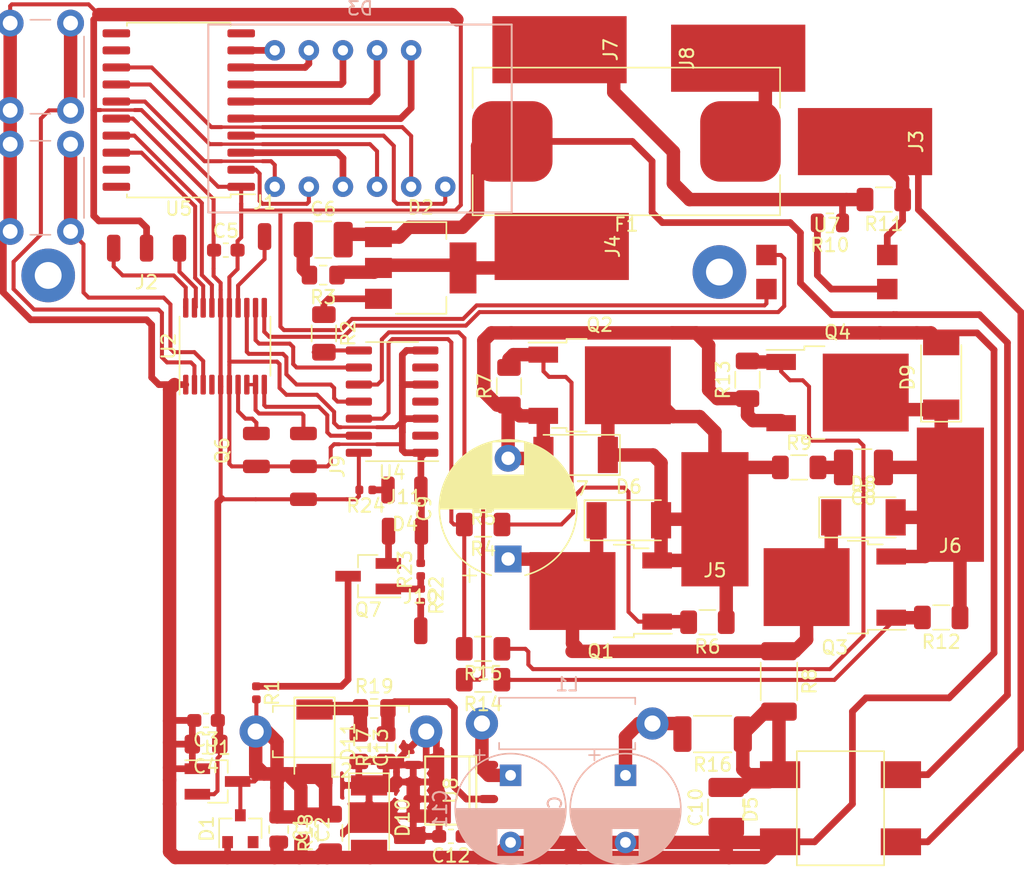
<source format=kicad_pcb>
(kicad_pcb (version 20171130) (host pcbnew 5.1.5+dfsg1-2build2)
  (title_block (date 2021-04-17) (comment 2 "Mikhail Belkin (dltech174@gmail.com +79609615427)"))
  (layers (0 F.Cu signal) (31 B.Cu signal hide) (34 B.Paste user) (35 F.Paste user) (36 B.SilkS user) (37 F.SilkS user) (38 B.Mask user) (39 F.Mask user) (44 Edge.Cuts user))
  (net 0 "")
  (net 1 GND)
  (net 2 +3V3)
  (net 3 "Net-(D2-Pad3)")
  (net 4 "Net-(D2-Pad2)")
  (net 5 LINE)
  (net 6 "Net-(SW1-Pad2)")
  (net 7 "Net-(SW2-Pad2)")
  (net 8 "Net-(U2-Pad12)")
  (net 9 "Net-(U2-Pad17)")
  (net 10 "Net-(U2-Pad18)")
  (net 11 "Net-(U2-Pad10)")
  (net 12 "Net-(D3-Pad1)")
  (net 13 "Net-(D6-Pad2)")
  (net 14 "Net-(J2-Pad3)")
  (net 15 "Net-(J2-Pad1)")
  (net 16 "Net-(U2-Pad4)")
  (net 17 "Net-(C8-Pad1)")
  (net 18 "Net-(D3-Pad9)")
  (net 19 "Net-(D3-Pad8)")
  (net 20 "Net-(D3-Pad7)")
  (net 21 "Net-(D3-Pad10)")
  (net 22 "Net-(D3-Pad11)")
  (net 23 "Net-(D3-Pad12)")
  (net 24 "Net-(D3-Pad2)")
  (net 25 "Net-(D3-Pad3)")
  (net 26 "Net-(D3-Pad4)")
  (net 27 "Net-(D3-Pad5)")
  (net 28 "Net-(U2-Pad13)")
  (net 29 "Net-(U2-Pad11)")
  (net 30 "Net-(C6-Pad1)")
  (net 31 "Net-(C8-Pad2)")
  (net 32 "Net-(R2-Pad2)")
  (net 33 "Net-(R15-Pad2)")
  (net 34 "Net-(R14-Pad2)")
  (net 35 "Net-(U5-Pad20)")
  (net 36 "Net-(U5-Pad19)")
  (net 37 "Net-(U5-Pad12)")
  (net 38 "Net-(U5-Pad11)")
  (net 39 "Net-(U5-Pad10)")
  (net 40 DS18B20)
  (net 41 "Net-(F1-Pad1)")
  (net 42 "Net-(J7-Pad1)")
  (net 43 "Net-(C11-Pad1)")
  (net 44 "Net-(C12-Pad2)")
  (net 45 "Net-(C12-Pad1)")
  (net 46 "Net-(C13-Pad1)")
  (net 47 "Net-(R10-Pad2)")
  (net 48 "Net-(R17-Pad2)")
  (net 49 NEUT)
  (net 50 VPP)
  (net 51 "Net-(C9-Pad1)")
  (net 52 "Net-(C7-Pad1)")
  (net 53 "Net-(U4-Pad6)")
  (net 54 "Net-(U4-Pad4)")
  (net 55 +5V)
  (net 56 "Net-(J1-Pad1)")
  (net 57 "Net-(J11-Pad1)")
  (net 58 "Net-(Q7-Pad1)")
  (net 59 "Net-(Q1-Pad1)")
  (net 60 "Net-(Q2-Pad1)")
  (net 61 "Net-(Q3-Pad1)")
  (net 62 "Net-(Q4-Pad1)")
  (net 63 "Net-(Q6-Pad2)")
  (net 64 "Net-(D4-Pad2)")
  (net 65 "Net-(Q7-Pad3)")
  (net 66 "Net-(J10-Pad1)")
  (net 67 "Net-(U4-Pad2)")
  (module Connector_Wire:SolderWirePad_1x01_SMD_1x2mm (layer F.Cu) (at 134.0612 108.3056)
    (fp_text reference J10 (at 0 -2.54) (layer F.SilkS))
    (fp_text value JMP1)
    (pad 1 smd roundrect (at 0 0) (size 1 2) (layers F.Cu F.Paste F.Mask) (net 66 "Net-(J10-Pad1)"))
  )
  (module Connector_Wire:SolderWirePad_1x01_SMD_1x2mm (layer F.Cu) (at 122.428 78.9432)
    (fp_text reference J1 (at 0 -2.54) (layer F.SilkS))
    (fp_text value JMP1)
    (pad 1 smd roundrect (at 0 0) (size 1 2) (layers F.Cu F.Paste F.Mask) (net 56 "Net-(J1-Pad1)"))
  )
  (module local:2WIRE_PADS (layer F.Cu) (at 132.842 100.8888)
    (fp_text reference J11 (at 0 -2.54) (layer F.SilkS))
    (fp_text value UV)
    (pad 1 smd roundrect (at -1.18 0) (size 1 2) (layers F.Cu F.Paste F.Mask) (net 57 "Net-(J11-Pad1)"))
    (pad 2 smd roundrect (at 1.27 0) (size 1 2) (layers F.Cu F.Paste F.Mask) (net 1 GND))
  )
  (module Resistor_SMD:R_0402_1005Metric (layer F.Cu) (at 121.8184 112.9284 270)
    (fp_text reference R1 (at 0 -1.17 90) (layer F.SilkS))
    (fp_text value 220)
    (pad 2 smd roundrect (at 0.485 0 270) (size 0.59 0.64) (layers F.Cu F.Paste F.Mask) (net 55 +5V))
    (pad 1 smd roundrect (at -0.485 0 270) (size 0.59 0.64) (layers F.Cu F.Paste F.Mask) (net 65 "Net-(Q7-Pad3)"))
  )
  (module local:2WIRE_PADS (layer F.Cu) (at 121.8184 94.88424 90)
    (fp_text reference Q6 (at 0 -2.54 90) (layer F.SilkS))
    (fp_text value Q_Photo_NPN_CE)
    (pad 1 smd roundrect (at -1.18 0 90) (size 1 2) (layers F.Cu F.Paste F.Mask) (net 1 GND))
    (pad 2 smd roundrect (at 1.27 0 90) (size 1 2) (layers F.Cu F.Paste F.Mask) (net 63 "Net-(Q6-Pad2)"))
  )
  (module local:2WIRE_PADS (layer F.Cu) (at 132.8928 97.82048 180)
    (fp_text reference D4 (at 0 -2.54) (layer F.SilkS))
    (fp_text value IR204A)
    (pad 1 smd roundrect (at -1.18 0 180) (size 1 2) (layers F.Cu F.Paste F.Mask) (net 1 GND))
    (pad 2 smd roundrect (at 1.27 0 180) (size 1 2) (layers F.Cu F.Paste F.Mask) (net 64 "Net-(D4-Pad2)"))
  )
  (module Resistor_SMD:R_1206_3216Metric (layer F.Cu) (at 162.25012 96.139)
    (fp_text reference R9 (at 0 -1.82) (layer F.SilkS))
    (fp_text value 220)
    (pad 2 smd roundrect (at 1.4 0) (size 1.25 1.75) (layers F.Cu F.Paste F.Mask) (roundrect_rratio 0.2) (net 31 "Net-(C8-Pad2)"))
    (pad 1 smd roundrect (at -1.4 0) (size 1.25 1.75) (layers F.Cu F.Paste F.Mask) (roundrect_rratio 0.2) (net 13 "Net-(D6-Pad2)"))
  )
  (module Resistor_SMD:R_0402_1005Metric (layer F.Cu) (at 129.9742 97.8154 180)
    (fp_text reference R24 (at 0 -1.17) (layer F.SilkS))
    (fp_text value 1k)
    (pad 2 smd roundrect (at 0.485 0 180) (size 0.59 0.64) (layers F.Cu F.Paste F.Mask) (net 2 +3V3))
    (pad 1 smd roundrect (at -0.485 0 180) (size 0.59 0.64) (layers F.Cu F.Paste F.Mask) (net 64 "Net-(D4-Pad2)"))
  )
  (module Resistor_SMD:R_1206_3216Metric (layer F.Cu) (at 138.70432 109.6518 180)
    (fp_text reference R15 (at 0 -1.82) (layer F.SilkS))
    (fp_text value 220)
    (pad 2 smd roundrect (at 1.4 0 180) (size 1.25 1.75) (layers F.Cu F.Paste F.Mask) (roundrect_rratio 0.2) (net 33 "Net-(R15-Pad2)"))
    (pad 1 smd roundrect (at -1.4 0 180) (size 1.25 1.75) (layers F.Cu F.Paste F.Mask) (roundrect_rratio 0.2) (net 62 "Net-(Q4-Pad1)"))
  )
  (module Resistor_SMD:R_1206_3216Metric (layer F.Cu) (at 138.70432 111.95304 180)
    (fp_text reference R14 (at 0 -1.82) (layer F.SilkS))
    (fp_text value 220)
    (pad 2 smd roundrect (at 1.4 0 180) (size 1.25 1.75) (layers F.Cu F.Paste F.Mask) (roundrect_rratio 0.2) (net 34 "Net-(R14-Pad2)"))
    (pad 1 smd roundrect (at -1.4 0 180) (size 1.25 1.75) (layers F.Cu F.Paste F.Mask) (roundrect_rratio 0.2) (net 61 "Net-(Q3-Pad1)"))
  )
  (module Resistor_SMD:R_1206_3216Metric (layer F.Cu) (at 158.40202 89.6112 90)
    (fp_text reference R13 (at 0 -1.82 90) (layer F.SilkS))
    (fp_text value 220)
    (pad 2 smd roundrect (at 1.4 0 90) (size 1.25 1.75) (layers F.Cu F.Paste F.Mask) (roundrect_rratio 0.2) (net 62 "Net-(Q4-Pad1)"))
    (pad 1 smd roundrect (at -1.4 0 90) (size 1.25 1.75) (layers F.Cu F.Paste F.Mask) (roundrect_rratio 0.2) (net 1 GND))
  )
  (module Resistor_SMD:R_1206_3216Metric (layer F.Cu) (at 172.82922 107.315 180)
    (fp_text reference R12 (at 0 -1.82) (layer F.SilkS))
    (fp_text value 220)
    (pad 2 smd roundrect (at 1.4 0 180) (size 1.25 1.75) (layers F.Cu F.Paste F.Mask) (roundrect_rratio 0.2) (net 61 "Net-(Q3-Pad1)"))
    (pad 1 smd roundrect (at -1.4 0 180) (size 1.25 1.75) (layers F.Cu F.Paste F.Mask) (roundrect_rratio 0.2) (net 17 "Net-(C8-Pad1)"))
  )
  (module Resistor_SMD:R_0805_2012Metric (layer F.Cu) (at 164.5412 77.9272 180)
    (fp_text reference R10 (at 0 -1.65) (layer F.SilkS))
    (fp_text value 1к)
    (pad 2 smd roundrect (at 0.9375 0 180) (size 0.975 1.4) (layers F.Cu F.Paste F.Mask) (net 47 "Net-(R10-Pad2)"))
    (pad 1 smd roundrect (at -0.9375 0 180) (size 0.975 1.4) (layers F.Cu F.Paste F.Mask) (net 42 "Net-(J7-Pad1)"))
  )
  (module Resistor_SMD:R_1206_3216Metric (layer F.Cu) (at 140.63472 90.0938 90)
    (fp_text reference R7 (at 0 -1.82 90) (layer F.SilkS))
    (fp_text value 220)
    (pad 2 smd roundrect (at 1.4 0 90) (size 1.25 1.75) (layers F.Cu F.Paste F.Mask) (roundrect_rratio 0.2) (net 60 "Net-(Q2-Pad1)"))
    (pad 1 smd roundrect (at -1.4 0 90) (size 1.25 1.75) (layers F.Cu F.Paste F.Mask) (roundrect_rratio 0.2) (net 1 GND))
  )
  (module Resistor_SMD:R_1206_3216Metric (layer F.Cu) (at 155.41752 107.6706 180)
    (fp_text reference R6 (at 0 -1.82) (layer F.SilkS))
    (fp_text value 220)
    (pad 2 smd roundrect (at 1.4 0 180) (size 1.25 1.75) (layers F.Cu F.Paste F.Mask) (roundrect_rratio 0.2) (net 59 "Net-(Q1-Pad1)"))
    (pad 1 smd roundrect (at -1.4 0 180) (size 1.25 1.75) (layers F.Cu F.Paste F.Mask) (roundrect_rratio 0.2) (net 13 "Net-(D6-Pad2)"))
  )
  (module Resistor_SMD:R_1206_3216Metric (layer F.Cu) (at 138.71702 98.07702 180)
    (fp_text reference R5 (at 0 -1.82) (layer F.SilkS))
    (fp_text value 220)
    (pad 2 smd roundrect (at 1.4 0 180) (size 1.25 1.75) (layers F.Cu F.Paste F.Mask) (roundrect_rratio 0.2) (net 34 "Net-(R14-Pad2)"))
    (pad 1 smd roundrect (at -1.4 0 180) (size 1.25 1.75) (layers F.Cu F.Paste F.Mask) (roundrect_rratio 0.2) (net 60 "Net-(Q2-Pad1)"))
  )
  (module Package_TO_SOT_SMD:TO-252-2 (layer F.Cu) (at 165.10762 90.5637)
    (fp_text reference Q4 (at 0 -4.5) (layer F.SilkS))
    (fp_text value 2N60)
    (pad 2 smd rect (at 2.1 0) (size 6.4 5.8) (layers F.Cu F.Mask) (net 17 "Net-(C8-Pad1)"))
    (pad 3 smd rect (at -4.2 2.28) (size 2.2 1.2) (layers F.Cu F.Paste F.Mask) (net 1 GND))
    (pad 1 smd rect (at -4.2 -2.28) (size 2.2 1.2) (layers F.Cu F.Paste F.Mask) (net 62 "Net-(Q4-Pad1)"))
  )
  (module Package_TO_SOT_SMD:TO-252-2 (layer F.Cu) (at 164.90442 105.0544 180)
    (fp_text reference Q3 (at 0 -4.5) (layer F.SilkS))
    (fp_text value 2N60)
    (pad 2 smd rect (at 2.1 0 180) (size 6.4 5.8) (layers F.Cu F.Mask) (net 51 "Net-(C9-Pad1)"))
    (pad 3 smd rect (at -4.2 2.28 180) (size 2.2 1.2) (layers F.Cu F.Paste F.Mask) (net 17 "Net-(C8-Pad1)"))
    (pad 1 smd rect (at -4.2 -2.28 180) (size 2.2 1.2) (layers F.Cu F.Paste F.Mask) (net 61 "Net-(Q3-Pad1)"))
  )
  (module Package_TO_SOT_SMD:TO-252-2 (layer F.Cu) (at 147.39112 90.0176)
    (fp_text reference Q2 (at 0 -4.5) (layer F.SilkS))
    (fp_text value 2N60)
    (pad 2 smd rect (at 2.1 0) (size 6.4 5.8) (layers F.Cu F.Mask) (net 13 "Net-(D6-Pad2)"))
    (pad 3 smd rect (at -4.2 2.28) (size 2.2 1.2) (layers F.Cu F.Paste F.Mask) (net 1 GND))
    (pad 1 smd rect (at -4.2 -2.28) (size 2.2 1.2) (layers F.Cu F.Paste F.Mask) (net 60 "Net-(Q2-Pad1)"))
  )
  (module Package_TO_SOT_SMD:TO-252-2 (layer F.Cu) (at 147.46732 105.3465 180)
    (fp_text reference Q1 (at 0 -4.5) (layer F.SilkS))
    (fp_text value 2N60)
    (pad 2 smd rect (at 2.1 0 180) (size 6.4 5.8) (layers F.Cu F.Mask) (net 51 "Net-(C9-Pad1)"))
    (pad 3 smd rect (at -4.2 2.28 180) (size 2.2 1.2) (layers F.Cu F.Paste F.Mask) (net 13 "Net-(D6-Pad2)"))
    (pad 1 smd rect (at -4.2 -2.28 180) (size 2.2 1.2) (layers F.Cu F.Paste F.Mask) (net 59 "Net-(Q1-Pad1)"))
  )
  (module Resistor_SMD:R_0402_1005Metric (layer F.Cu) (at 134.0612 103.74884 90)
    (fp_text reference R23 (at 0 -1.17 90) (layer F.SilkS))
    (fp_text value 50)
    (pad 2 smd roundrect (at 0.485 0 90) (size 0.59 0.64) (layers F.Cu F.Paste F.Mask) (net 1 GND))
    (pad 1 smd roundrect (at -0.485 0 90) (size 0.59 0.64) (layers F.Cu F.Paste F.Mask) (net 58 "Net-(Q7-Pad1)"))
  )
  (module Resistor_SMD:R_0402_1005Metric (layer F.Cu) (at 134.0612 105.664 270)
    (fp_text reference R22 (at 0 -1.17 90) (layer F.SilkS))
    (fp_text value 50)
    (pad 2 smd roundrect (at 0.485 0 270) (size 0.59 0.64) (layers F.Cu F.Paste F.Mask) (net 66 "Net-(J10-Pad1)"))
    (pad 1 smd roundrect (at -0.485 0 270) (size 0.59 0.64) (layers F.Cu F.Paste F.Mask) (net 58 "Net-(Q7-Pad1)"))
  )
  (module Package_TO_SOT_SMD:SOT-23_Handsoldering (layer F.Cu) (at 130.1496 104.2416 180)
    (fp_text reference Q7 (at 0 -2.5) (layer F.SilkS))
    (fp_text value AO3400)
    (pad 3 smd rect (at 1.5 0 180) (size 1.9 0.8) (layers F.Cu F.Paste F.Mask) (net 65 "Net-(Q7-Pad3)"))
    (pad 2 smd rect (at -1.5 0.95 180) (size 1.9 0.8) (layers F.Cu F.Paste F.Mask) (net 57 "Net-(J11-Pad1)"))
    (pad 1 smd rect (at -1.5 -0.95 180) (size 1.9 0.8) (layers F.Cu F.Paste F.Mask) (net 58 "Net-(Q7-Pad1)"))
  )
  (module Diode_SMD:D_SOT-23_ANK (layer F.Cu) (at 120.6246 123.0503 90)
    (fp_text reference D1 (at 0 -2.5 90) (layer F.SilkS))
    (fp_text value D_Zener)
    (pad 1 smd rect (at 1 0 90) (size 0.9 0.8) (layers F.Cu F.Paste F.Mask) (net 55 +5V))
    (pad "" smd rect (at -1 0.95 90) (size 0.9 0.8) (layers F.Cu F.Paste F.Mask))
    (pad 2 smd rect (at -1 -0.95 90) (size 0.9 0.8) (layers F.Cu F.Paste F.Mask) (net 1 GND))
  )
  (module Resistor_SMD:R_2010_5025Metric (layer F.Cu) (at 155.8036 116.0018 180)
    (fp_text reference R16 (at 0 -2.28) (layer F.SilkS))
    (fp_text value 10)
    (pad 2 smd roundrect (at 2.25 0 180) (size 1.35 2.65) (layers F.Cu F.Paste F.Mask) (roundrect_rratio 0.185185) (net 52 "Net-(C7-Pad1)"))
    (pad 1 smd roundrect (at -2.25 0 180) (size 1.35 2.65) (layers F.Cu F.Paste F.Mask) (roundrect_rratio 0.185185) (net 50 VPP))
  )
  (module Resistor_SMD:R_2010_5025Metric (layer F.Cu) (at 160.74644 112.08004 270)
    (fp_text reference R8 (at 0 -2.28 90) (layer F.SilkS))
    (fp_text value 100)
    (pad 2 smd roundrect (at 2.25 0 270) (size 1.35 2.65) (layers F.Cu F.Paste F.Mask) (roundrect_rratio 0.185185) (net 50 VPP))
    (pad 1 smd roundrect (at -2.25 0 270) (size 1.35 2.65) (layers F.Cu F.Paste F.Mask) (roundrect_rratio 0.185185) (net 51 "Net-(C9-Pad1)"))
  )
  (module Resistor_SMD:R_1206_3216Metric (layer F.Cu) (at 127.3175 123.3678 90)
    (fp_text reference R18 (at 0 -1.82 90) (layer F.SilkS))
    (fp_text value 2.2k)
    (pad 2 smd roundrect (at 1.4 0 90) (size 1.25 1.75) (layers F.Cu F.Paste F.Mask) (roundrect_rratio 0.2) (net 55 +5V))
    (pad 1 smd roundrect (at -1.4 0 90) (size 1.25 1.75) (layers F.Cu F.Paste F.Mask) (roundrect_rratio 0.2) (net 1 GND))
  )
  (module local:DB-1S (layer F.Cu) (at 165.3286 121.5263 270)
    (fp_text reference D5 (at 0.1 6.7 90) (layer F.SilkS))
    (fp_text value D_Bridge_+-AA)
    (pad 2 smd rect (at 2.5 4.5 270) (size 2 3) (layers F.Cu F.Paste F.Mask) (net 1 GND))
    (pad 1 smd rect (at -2.5 4.5 270) (size 2 3) (layers F.Cu F.Paste F.Mask) (net 50 VPP))
    (pad 3 smd rect (at 2.5 -4.5 270) (size 2 3) (layers F.Cu F.Paste F.Mask) (net 5 LINE))
    (pad 4 smd rect (at -2.5 -4.5 270) (size 2 3) (layers F.Cu F.Paste F.Mask) (net 49 NEUT))
  )
  (module Capacitor_SMD:C_0805_2012Metric (layer F.Cu) (at 123.4821 123.1138 270)
    (fp_text reference C1 (at 0 -1.65 90) (layer F.SilkS))
    (fp_text value 10uF)
    (pad 2 smd roundrect (at 0.9375 0 270) (size 0.975 1.4) (layers F.Cu F.Paste F.Mask) (net 1 GND))
    (pad 1 smd roundrect (at -0.9375 0 270) (size 0.975 1.4) (layers F.Cu F.Paste F.Mask) (net 55 +5V))
  )
  (module Power_Integrations:SO-8C (layer F.Cu) (at 136.2964 120.2055 90)
    (fp_text reference U8 (at 0 0 90) (layer F.SilkS))
    (fp_text value LNK306D)
    (pad 8 smd oval (at -1.905 -2.794 90) (size 0.6096 1.4732) (layers F.Cu F.Paste F.Mask) (net 44 "Net-(C12-Pad2)"))
    (pad 7 smd oval (at -0.635 -2.794 90) (size 0.6096 1.4732) (layers F.Cu F.Paste F.Mask) (net 44 "Net-(C12-Pad2)"))
    (pad 6 smd oval (at 0.635 -2.794 90) (size 0.6096 1.4732) (layers F.Cu F.Paste F.Mask) (net 44 "Net-(C12-Pad2)"))
    (pad 5 smd oval (at 1.905 -2.794 90) (size 0.6096 1.4732) (layers F.Cu F.Paste F.Mask) (net 44 "Net-(C12-Pad2)"))
    (pad 4 smd oval (at 1.905 2.794 90) (size 0.6096 1.4732) (layers F.Cu F.Paste F.Mask) (net 43 "Net-(C11-Pad1)"))
    (pad 2 smd oval (at -0.635 2.794 90) (size 0.6096 1.4732) (layers F.Cu F.Paste F.Mask) (net 48 "Net-(R17-Pad2)"))
    (pad 1 smd oval (at -1.905 2.794 90) (size 0.6096 1.4732) (layers F.Cu F.Paste F.Mask) (net 45 "Net-(C12-Pad1)"))
  )
  (module Package_TO_SOT_SMD:SOT-23_Handsoldering (layer F.Cu) (at 118.9228 119.5324)
    (fp_text reference U1 (at 0 -2.5) (layer F.SilkS))
    (fp_text value XC6206-33)
    (pad 3 smd rect (at 1.5 0) (size 1.9 0.8) (layers F.Cu F.Paste F.Mask) (net 55 +5V))
    (pad 2 smd rect (at -1.5 0.95) (size 1.9 0.8) (layers F.Cu F.Paste F.Mask) (net 2 +3V3))
    (pad 1 smd rect (at -1.5 -0.95) (size 1.9 0.8) (layers F.Cu F.Paste F.Mask) (net 1 GND))
  )
  (module Resistor_SMD:R_0805_2012Metric_Pad1.15x1.40mm_HandSolder (layer F.Cu) (at 130.5941 114.0968)
    (fp_text reference R19 (at 0 -1.65) (layer F.SilkS))
    (fp_text value 4.7k)
    (pad 2 smd roundrect (at 1.025 0) (size 1.15 1.4) (layers F.Cu F.Paste F.Mask) (roundrect_rratio 0.217391) (net 48 "Net-(R17-Pad2)"))
    (pad 1 smd roundrect (at -1.025 0) (size 1.15 1.4) (layers F.Cu F.Paste F.Mask) (roundrect_rratio 0.217391) (net 46 "Net-(C13-Pad1)"))
  )
  (module Resistor_THT:R_Axial_DIN0411_L9.9mm_D3.6mm_P12.70mm_Horizontal (layer F.Cu) (at 134.4676 115.8113 180)
    (fp_text reference L2 (at 6.35 -2.92) (layer F.SilkS))
    (fp_text value L)
    (pad 2 thru_hole oval (at 12.7 0 180) (size 2.4 2.4) (drill 1.2) (layers *.Cu *.Mask) (net 55 +5V))
    (pad 1 thru_hole circle (at 0 0 180) (size 2.4 2.4) (drill 1.2) (layers *.Cu *.Mask) (net 44 "Net-(C12-Pad2)"))
  )
  (module Diode_SMD:D_MELF (layer F.Cu) (at 126.1491 116.5733 270)
    (fp_text reference D11 (at 0 -2.5 90) (layer F.SilkS))
    (fp_text value 1N4007)
    (pad 2 smd rect (at 2.4 0 270) (size 1.5 2.7) (layers F.Cu F.Paste F.Mask) (net 55 +5V))
    (pad 1 smd rect (at -2.4 0 270) (size 1.5 2.7) (layers F.Cu F.Paste F.Mask) (net 46 "Net-(C13-Pad1)"))
  )
  (module Diode_SMD:D_MELF (layer F.Cu) (at 130.2131 122.2248 270)
    (fp_text reference D10 (at 0 -2.5 90) (layer F.SilkS))
    (fp_text value S1M)
    (pad 2 smd rect (at 2.4 0 270) (size 1.5 2.7) (layers F.Cu F.Paste F.Mask) (net 1 GND))
    (pad 1 smd rect (at -2.4 0 270) (size 1.5 2.7) (layers F.Cu F.Paste F.Mask) (net 44 "Net-(C12-Pad2)"))
  )
  (module Capacitor_SMD:C_0805_2012Metric_Pad1.15x1.40mm_HandSolder (layer F.Cu) (at 129.4511 117.0178 270)
    (fp_text reference C13 (at 0 -1.65 90) (layer F.SilkS))
    (fp_text value 1uF)
    (pad 2 smd roundrect (at 1.025 0 270) (size 1.15 1.4) (layers F.Cu F.Paste F.Mask) (roundrect_rratio 0.217391) (net 44 "Net-(C12-Pad2)"))
    (pad 1 smd roundrect (at -1.025 0 270) (size 1.15 1.4) (layers F.Cu F.Paste F.Mask) (roundrect_rratio 0.217391) (net 46 "Net-(C13-Pad1)"))
  )
  (module Capacitor_SMD:C_0603_1608Metric_Pad1.05x0.95mm_HandSolder (layer F.Cu) (at 136.3091 123.6218 180)
    (fp_text reference C12 (at 0 -1.43) (layer F.SilkS))
    (fp_text value 100n)
    (pad 2 smd roundrect (at 0.875 0 180) (size 1.05 0.95) (layers F.Cu F.Paste F.Mask) (net 44 "Net-(C12-Pad2)"))
    (pad 1 smd roundrect (at -0.875 0 180) (size 1.05 0.95) (layers F.Cu F.Paste F.Mask) (net 45 "Net-(C12-Pad1)"))
  )
  (module Capacitor_SMD:C_0805_2012Metric_Pad1.15x1.40mm_HandSolder (layer F.Cu) (at 118.0719 116.7511 180)
    (fp_text reference C4 (at 0 -1.65) (layer F.SilkS))
    (fp_text value 10uF)
    (pad 2 smd roundrect (at 1.025 0 180) (size 1.15 1.4) (layers F.Cu F.Paste F.Mask) (roundrect_rratio 0.217391) (net 1 GND))
    (pad 1 smd roundrect (at -1.025 0 180) (size 1.15 1.4) (layers F.Cu F.Paste F.Mask) (roundrect_rratio 0.217391) (net 2 +3V3))
  )
  (module Capacitor_SMD:C_0603_1608Metric_Pad1.05x0.95mm_HandSolder (layer F.Cu) (at 118.0719 114.9858 180)
    (fp_text reference C3 (at 0 -1.43) (layer F.SilkS))
    (fp_text value 100n)
    (pad 2 smd roundrect (at 0.875 0 180) (size 1.05 0.95) (layers F.Cu F.Paste F.Mask) (net 1 GND))
    (pad 1 smd roundrect (at -0.875 0 180) (size 1.05 0.95) (layers F.Cu F.Paste F.Mask) (net 2 +3V3))
  )
  (module Capacitor_SMD:C_0603_1608Metric_Pad1.05x0.95mm_HandSolder (layer F.Cu) (at 125.3109 123.1138 270)
    (fp_text reference C2 (at 0 -1.43 90) (layer F.SilkS))
    (fp_text value 100n)
    (pad 2 smd roundrect (at 0.875 0 270) (size 1.05 0.95) (layers F.Cu F.Paste F.Mask) (net 1 GND))
    (pad 1 smd roundrect (at -0.875 0 270) (size 1.05 0.95) (layers F.Cu F.Paste F.Mask) (net 55 +5V))
  )
  (module Capacitor_THT:CP_Radial_D10.0mm_P7.50mm (layer F.Cu) (at 140.57122 102.9589 90)
    (fp_text reference C9 (at 3.75 -6.25 90) (layer F.SilkS))
    (fp_text value "22uF 400V")
    (pad 2 thru_hole circle (at 7.5 0 90) (size 2 2) (drill 1) (layers *.Cu *.Mask) (net 1 GND))
    (pad 1 thru_hole rect (at 0 0 90) (size 2 2) (drill 1) (layers *.Cu *.Mask) (net 51 "Net-(C9-Pad1)"))
  )
  (module Package_TO_SOT_SMD:SOT-223 (layer F.Cu) (at 134.0612 81.28)
    (fp_text reference D2 (at 0 -4.5) (layer F.SilkS))
    (fp_text value Z0109MN)
    (pad 1 smd rect (at -3.15 -2.3) (size 2 1.5) (layers F.Cu F.Paste F.Mask) (net 49 NEUT))
    (pad 3 smd rect (at -3.15 2.3) (size 2 1.5) (layers F.Cu F.Paste F.Mask) (net 3 "Net-(D2-Pad3)"))
    (pad 2 smd rect (at -3.15 0) (size 2 1.5) (layers F.Cu F.Paste F.Mask) (net 4 "Net-(D2-Pad2)"))
    (pad 4 smd rect (at 3.15 0) (size 2 3.8) (layers F.Cu F.Paste F.Mask) (net 4 "Net-(D2-Pad2)"))
  )
  (module Resistor_SMD:R_1206_3216Metric (layer F.Cu) (at 168.5544 76.1873 180)
    (fp_text reference R11 (at 0 -1.82) (layer F.SilkS))
    (fp_text value 1)
    (pad 2 smd roundrect (at 1.4 0 180) (size 1.25 1.75) (layers F.Cu F.Paste F.Mask) (roundrect_rratio 0.2) (net 42 "Net-(J7-Pad1)"))
    (pad 1 smd roundrect (at -1.4 0 180) (size 1.25 1.75) (layers F.Cu F.Paste F.Mask) (roundrect_rratio 0.2) (net 5 LINE))
  )
  (module Resistor_THT:R_Axial_DIN0411_L9.9mm_D3.6mm_P12.70mm_Horizontal (layer B.Cu) (at 151.3205 115.2144 180)
    (fp_text reference L1 (at 6.35 2.92) (layer B.SilkS) (effects (justify mirror)))
    (fp_text value L)
    (pad 2 thru_hole oval (at 12.7 0 180) (size 2.4 2.4) (drill 1.2) (layers *.Cu *.Mask) (net 43 "Net-(C11-Pad1)"))
    (pad 1 thru_hole circle (at 0 0 180) (size 2.4 2.4) (drill 1.2) (layers *.Cu *.Mask) (net 52 "Net-(C7-Pad1)"))
  )
  (module Resistor_SMD:R_0805_2012Metric_Pad1.15x1.40mm_HandSolder (layer F.Cu) (at 131.4831 117.0178 90)
    (fp_text reference R17 (at 0 -1.65 90) (layer F.SilkS))
    (fp_text value 2.2k)
    (pad 2 smd roundrect (at 1.025 0 90) (size 1.15 1.4) (layers F.Cu F.Paste F.Mask) (roundrect_rratio 0.217391) (net 48 "Net-(R17-Pad2)"))
    (pad 1 smd roundrect (at -1.025 0 90) (size 1.15 1.4) (layers F.Cu F.Paste F.Mask) (roundrect_rratio 0.217391) (net 44 "Net-(C12-Pad2)"))
  )
  (module Capacitor_THT:CP_Radial_D8.0mm_P5.00mm (layer B.Cu) (at 140.7541 119.0752 270)
    (fp_text reference C11 (at 2.5 5.25 270) (layer B.SilkS) (effects (justify mirror)))
    (fp_text value "4.7uF 400V")
    (pad 2 thru_hole circle (at 5 0 270) (size 1.6 1.6) (drill 0.8) (layers *.Cu *.Mask) (net 1 GND))
    (pad 1 thru_hole rect (at 0 0 270) (size 1.6 1.6) (drill 0.8) (layers *.Cu *.Mask) (net 43 "Net-(C11-Pad1)"))
  )
  (module Capacitor_THT:CP_Radial_D8.0mm_P5.00mm (layer B.Cu) (at 149.3139 119.0752 270)
    (fp_text reference C7 (at 2.5 5.25 270) (layer B.SilkS) (effects (justify mirror)))
    (fp_text value "4.7uF 400V")
    (pad 2 thru_hole circle (at 5 0 270) (size 1.6 1.6) (drill 0.8) (layers *.Cu *.Mask) (net 1 GND))
    (pad 1 thru_hole rect (at 0 0 270) (size 1.6 1.6) (drill 0.8) (layers *.Cu *.Mask) (net 52 "Net-(C7-Pad1)"))
  )
  (module Fuse:Fuseholder_Cylinder-5x20mm_Schurter_OGN-SMD_Horizontal_Open (layer F.Cu) (at 149.3774 71.8566 180)
    (fp_text reference F1 (at 0 -6.2) (layer F.SilkS))
    (fp_text value Fuse)
    (pad 2 smd roundrect (at 8.5 0 180) (size 6 6) (layers F.Cu F.Paste F.Mask) (net 49 NEUT))
    (pad 1 smd roundrect (at -8.5 0 180) (size 6 6) (layers F.Cu F.Paste F.Mask) (net 41 "Net-(F1-Pad1)"))
  )
  (module Resistor_SMD:R_1206_3216Metric (layer F.Cu) (at 126.8476 86.1568 270)
    (fp_text reference R2 (at 0 -1.82 90) (layer F.SilkS))
    (fp_text value 220)
    (pad 2 smd roundrect (at 1.4 0 270) (size 1.25 1.75) (layers F.Cu F.Paste F.Mask) (roundrect_rratio 0.2) (net 32 "Net-(R2-Pad2)"))
    (pad 1 smd roundrect (at -1.4 0 270) (size 1.25 1.75) (layers F.Cu F.Paste F.Mask) (roundrect_rratio 0.2) (net 3 "Net-(D2-Pad3)"))
  )
  (module local:LTV817 (layer F.Cu) (at 164.3126 81.5848 180)
    (fp_text reference U7 (at 0 3.5) (layer F.SilkS))
    (fp_text value LTV-817)
    (pad 4 smd rect (at 4.5 1.27 180) (size 1.524 1.524) (layers F.Cu F.Paste F.Mask) (net 29 "Net-(U2-Pad11)"))
    (pad 3 smd rect (at 4.5 -1.27 180) (size 1.524 1.524) (layers F.Cu F.Paste F.Mask) (net 1 GND))
    (pad 2 smd rect (at -4.5 1.27 180) (size 1.524 1.524) (layers F.Cu F.Paste F.Mask) (net 5 LINE))
    (pad 1 smd rect (at -4.5 -1.27 180) (size 1.524 1.524) (layers F.Cu F.Paste F.Mask) (net 47 "Net-(R10-Pad2)"))
  )
  (module Package_SO:SOIC-14_3.9x8.7mm_P1.27mm (layer F.Cu) (at 131.9276 91.2368 180)
    (fp_text reference U4 (at 0 -5.28) (layer F.SilkS))
    (fp_text value 4069)
    (pad 14 smd roundrect (at 2.475 -3.81 180) (size 1.95 0.6) (layers F.Cu F.Paste F.Mask) (net 2 +3V3))
    (pad 13 smd roundrect (at 2.475 -2.54 180) (size 1.95 0.6) (layers F.Cu F.Paste F.Mask) (net 11 "Net-(U2-Pad10)"))
    (pad 12 smd roundrect (at 2.475 -1.27 180) (size 1.95 0.6) (layers F.Cu F.Paste F.Mask) (net 33 "Net-(R15-Pad2)"))
    (pad 11 smd roundrect (at 2.475 0 180) (size 1.95 0.6) (layers F.Cu F.Paste F.Mask) (net 28 "Net-(U2-Pad13)"))
    (pad 10 smd roundrect (at 2.475 1.27 180) (size 1.95 0.6) (layers F.Cu F.Paste F.Mask) (net 34 "Net-(R14-Pad2)"))
    (pad 9 smd roundrect (at 2.475 2.54 180) (size 1.95 0.6) (layers F.Cu F.Paste F.Mask) (net 8 "Net-(U2-Pad12)"))
    (pad 8 smd roundrect (at 2.475 3.81 180) (size 1.95 0.6) (layers F.Cu F.Paste F.Mask) (net 32 "Net-(R2-Pad2)"))
    (pad 7 smd roundrect (at -2.475 3.81 180) (size 1.95 0.6) (layers F.Cu F.Paste F.Mask) (net 1 GND))
    (pad 6 smd roundrect (at -2.475 2.54 180) (size 1.95 0.6) (layers F.Cu F.Paste F.Mask) (net 53 "Net-(U4-Pad6)"))
    (pad 5 smd roundrect (at -2.475 1.27 180) (size 1.95 0.6) (layers F.Cu F.Paste F.Mask) (net 1 GND))
    (pad 4 smd roundrect (at -2.475 0 180) (size 1.95 0.6) (layers F.Cu F.Paste F.Mask) (net 54 "Net-(U4-Pad4)"))
    (pad 3 smd roundrect (at -2.475 -1.27 180) (size 1.95 0.6) (layers F.Cu F.Paste F.Mask) (net 1 GND))
    (pad 2 smd roundrect (at -2.475 -2.54 180) (size 1.95 0.6) (layers F.Cu F.Paste F.Mask) (net 67 "Net-(U4-Pad2)"))
    (pad 1 smd roundrect (at -2.475 -3.81 180) (size 1.95 0.6) (layers F.Cu F.Paste F.Mask) (net 1 GND))
  )
  (module local:3WIRE_PADS (layer F.Cu) (at 125.3236 96.0628 270)
    (fp_text reference J9 (at 0 -2.54 90) (layer F.SilkS))
    (fp_text value .)
    (pad 1 smd roundrect (at -2.45 0 270) (size 1 2) (layers F.Cu F.Paste F.Mask) (net 40 DS18B20))
    (pad 3 smd roundrect (at 2.45 0 270) (size 1 2) (layers F.Cu F.Paste F.Mask) (net 2 +3V3))
    (pad 2 smd roundrect (at 0 0 270) (size 1 2) (layers F.Cu F.Paste F.Mask) (net 1 GND))
  )
  (module Capacitor_SMD:C_1210_3225Metric_Pad1.42x2.65mm_HandSolder (layer F.Cu) (at 126.7968 79.1718)
    (fp_text reference C6 (at 0 -2.28) (layer F.SilkS))
    (fp_text value 100n)
    (pad 2 smd roundrect (at 1.4875 0) (size 1.425 2.65) (layers F.Cu F.Paste F.Mask) (roundrect_rratio 0.175439) (net 49 NEUT))
    (pad 1 smd roundrect (at -1.4875 0) (size 1.425 2.65) (layers F.Cu F.Paste F.Mask) (roundrect_rratio 0.175439) (net 30 "Net-(C6-Pad1)"))
  )
  (module Capacitor_SMD:C_1210_3225Metric_Pad1.42x2.65mm_HandSolder (layer F.Cu) (at 156.8196 121.4628 90)
    (fp_text reference C10 (at 0 -2.28 90) (layer F.SilkS))
    (fp_text value 0.1)
    (pad 2 smd roundrect (at 1.4875 0 90) (size 1.425 2.65) (layers F.Cu F.Paste F.Mask) (roundrect_rratio 0.175439) (net 50 VPP))
    (pad 1 smd roundrect (at -1.4875 0 90) (size 1.425 2.65) (layers F.Cu F.Paste F.Mask) (roundrect_rratio 0.175439) (net 1 GND))
  )
  (module Capacitor_SMD:C_1210_3225Metric_Pad1.42x2.65mm_HandSolder (layer F.Cu) (at 167.03802 96.139 180)
    (fp_text reference C8 (at 0 -2.28) (layer F.SilkS))
    (fp_text value 100n)
    (pad 2 smd roundrect (at 1.4875 0 180) (size 1.425 2.65) (layers F.Cu F.Paste F.Mask) (roundrect_rratio 0.175439) (net 31 "Net-(C8-Pad2)"))
    (pad 1 smd roundrect (at -1.4875 0 180) (size 1.425 2.65) (layers F.Cu F.Paste F.Mask) (roundrect_rratio 0.175439) (net 17 "Net-(C8-Pad1)"))
  )
  (module Resistor_SMD:R_1206_3216Metric (layer F.Cu) (at 138.7094 100.39096 180)
    (fp_text reference R4 (at 0 -1.82) (layer F.SilkS))
    (fp_text value 220)
    (pad 2 smd roundrect (at 1.4 0 180) (size 1.25 1.75) (layers F.Cu F.Paste F.Mask) (roundrect_rratio 0.2) (net 33 "Net-(R15-Pad2)"))
    (pad 1 smd roundrect (at -1.4 0 180) (size 1.25 1.75) (layers F.Cu F.Paste F.Mask) (roundrect_rratio 0.2) (net 59 "Net-(Q1-Pad1)"))
  )
  (module Diode_SMD:D_MELF (layer F.Cu) (at 172.82922 89.4334 90)
    (fp_text reference D9 (at 0 -2.5 90) (layer F.SilkS))
    (fp_text value 1N4007)
    (pad 2 smd rect (at 2.4 0 90) (size 1.5 2.7) (layers F.Cu F.Paste F.Mask) (net 1 GND))
    (pad 1 smd rect (at -2.4 0 90) (size 1.5 2.7) (layers F.Cu F.Paste F.Mask) (net 17 "Net-(C8-Pad1)"))
  )
  (module Diode_SMD:D_MELF (layer F.Cu) (at 167.03802 99.8601)
    (fp_text reference D8 (at 0 -2.5) (layer F.SilkS))
    (fp_text value 1N4007)
    (pad 2 smd rect (at 2.4 0) (size 1.5 2.7) (layers F.Cu F.Paste F.Mask) (net 17 "Net-(C8-Pad1)"))
    (pad 1 smd rect (at -2.4 0) (size 1.5 2.7) (layers F.Cu F.Paste F.Mask) (net 51 "Net-(C9-Pad1)"))
  )
  (module Diode_SMD:D_MELF (layer F.Cu) (at 145.60042 95.2119 180)
    (fp_text reference D7 (at 0 -2.5) (layer F.SilkS))
    (fp_text value 1N4007)
    (pad 2 smd rect (at 2.4 0 180) (size 1.5 2.7) (layers F.Cu F.Paste F.Mask) (net 1 GND))
    (pad 1 smd rect (at -2.4 0 180) (size 1.5 2.7) (layers F.Cu F.Paste F.Mask) (net 13 "Net-(D6-Pad2)"))
  )
  (module Diode_SMD:D_MELF (layer F.Cu) (at 149.56282 100.076)
    (fp_text reference D6 (at 0 -2.5) (layer F.SilkS))
    (fp_text value 1N4007)
    (pad 2 smd rect (at 2.4 0) (size 1.5 2.7) (layers F.Cu F.Paste F.Mask) (net 13 "Net-(D6-Pad2)"))
    (pad 1 smd rect (at -2.4 0) (size 1.5 2.7) (layers F.Cu F.Paste F.Mask) (net 51 "Net-(C9-Pad1)"))
  )
  (module Connector_Wire:SolderWirePad_1x01_SMD_5x10mm (layer F.Cu) (at 155.97632 99.9998 180)
    (fp_text reference J5 (at 0 -3.81) (layer F.SilkS))
    (fp_text value motor)
    (pad 1 smd rect (at 0 0 180) (size 5 10) (layers F.Cu F.Paste F.Mask) (net 13 "Net-(D6-Pad2)"))
  )
  (module Package_SO:SOIC-20W_7.5x12.8mm_P1.27mm (layer F.Cu) (at 116.0376 69.5198 180)
    (fp_text reference U5 (at 0 -7.35) (layer F.SilkS))
    (fp_text value TM1637)
    (pad 20 smd roundrect (at 4.65 -5.715 180) (size 2.05 0.6) (layers F.Cu F.Paste F.Mask) (net 35 "Net-(U5-Pad20)"))
    (pad 19 smd roundrect (at 4.65 -4.445 180) (size 2.05 0.6) (layers F.Cu F.Paste F.Mask) (net 36 "Net-(U5-Pad19)"))
    (pad 18 smd roundrect (at 4.65 -3.175 180) (size 2.05 0.6) (layers F.Cu F.Paste F.Mask) (net 10 "Net-(U2-Pad18)"))
    (pad 17 smd roundrect (at 4.65 -1.905 180) (size 2.05 0.6) (layers F.Cu F.Paste F.Mask) (net 9 "Net-(U2-Pad17)"))
    (pad 16 smd roundrect (at 4.65 -0.635 180) (size 2.05 0.6) (layers F.Cu F.Paste F.Mask) (net 2 +3V3))
    (pad 15 smd roundrect (at 4.65 0.635 180) (size 2.05 0.6) (layers F.Cu F.Paste F.Mask) (net 23 "Net-(D3-Pad12)"))
    (pad 14 smd roundrect (at 4.65 1.905 180) (size 2.05 0.6) (layers F.Cu F.Paste F.Mask) (net 18 "Net-(D3-Pad9)"))
    (pad 13 smd roundrect (at 4.65 3.175 180) (size 2.05 0.6) (layers F.Cu F.Paste F.Mask) (net 19 "Net-(D3-Pad8)"))
    (pad 12 smd roundrect (at 4.65 4.445 180) (size 2.05 0.6) (layers F.Cu F.Paste F.Mask) (net 37 "Net-(U5-Pad12)"))
    (pad 11 smd roundrect (at 4.65 5.715 180) (size 2.05 0.6) (layers F.Cu F.Paste F.Mask) (net 38 "Net-(U5-Pad11)"))
    (pad 10 smd roundrect (at -4.65 5.715 180) (size 2.05 0.6) (layers F.Cu F.Paste F.Mask) (net 39 "Net-(U5-Pad10)"))
    (pad 9 smd roundrect (at -4.65 4.445 180) (size 2.05 0.6) (layers F.Cu F.Paste F.Mask) (net 12 "Net-(D3-Pad1)"))
    (pad 8 smd roundrect (at -4.65 3.175 180) (size 2.05 0.6) (layers F.Cu F.Paste F.Mask) (net 24 "Net-(D3-Pad2)"))
    (pad 7 smd roundrect (at -4.65 1.905 180) (size 2.05 0.6) (layers F.Cu F.Paste F.Mask) (net 25 "Net-(D3-Pad3)"))
    (pad 6 smd roundrect (at -4.65 0.635 180) (size 2.05 0.6) (layers F.Cu F.Paste F.Mask) (net 26 "Net-(D3-Pad4)"))
    (pad 5 smd roundrect (at -4.65 -0.635 180) (size 2.05 0.6) (layers F.Cu F.Paste F.Mask) (net 27 "Net-(D3-Pad5)"))
    (pad 4 smd roundrect (at -4.65 -1.905 180) (size 2.05 0.6) (layers F.Cu F.Paste F.Mask) (net 20 "Net-(D3-Pad7)"))
    (pad 3 smd roundrect (at -4.65 -3.175 180) (size 2.05 0.6) (layers F.Cu F.Paste F.Mask) (net 21 "Net-(D3-Pad10)"))
    (pad 2 smd roundrect (at -4.65 -4.445 180) (size 2.05 0.6) (layers F.Cu F.Paste F.Mask) (net 22 "Net-(D3-Pad11)"))
    (pad 1 smd roundrect (at -4.65 -5.715 180) (size 2.05 0.6) (layers F.Cu F.Paste F.Mask) (net 1 GND))
  )
  (module Package_SO:TSSOP-20_4.4x6.5mm_P0.65mm (layer F.Cu) (at 119.4816 87.1093 90)
    (fp_text reference U2 (at 0 -4.2 90) (layer F.SilkS))
    (fp_text value STM32F031F4P6)
    (pad 20 smd roundrect (at 2.8625 -2.925 90) (size 1.475 0.4) (layers F.Cu F.Paste F.Mask) (net 14 "Net-(J2-Pad3)"))
    (pad 19 smd roundrect (at 2.8625 -2.275 90) (size 1.475 0.4) (layers F.Cu F.Paste F.Mask) (net 15 "Net-(J2-Pad1)"))
    (pad 18 smd roundrect (at 2.8625 -1.625 90) (size 1.475 0.4) (layers F.Cu F.Paste F.Mask) (net 10 "Net-(U2-Pad18)"))
    (pad 17 smd roundrect (at 2.8625 -0.975 90) (size 1.475 0.4) (layers F.Cu F.Paste F.Mask) (net 9 "Net-(U2-Pad17)"))
    (pad 16 smd roundrect (at 2.8625 -0.325 90) (size 1.475 0.4) (layers F.Cu F.Paste F.Mask) (net 2 +3V3))
    (pad 15 smd roundrect (at 2.8625 0.325 90) (size 1.475 0.4) (layers F.Cu F.Paste F.Mask) (net 1 GND))
    (pad 14 smd roundrect (at 2.8625 0.975 90) (size 1.475 0.4) (layers F.Cu F.Paste F.Mask) (net 56 "Net-(J1-Pad1)"))
    (pad 13 smd roundrect (at 2.8625 1.625 90) (size 1.475 0.4) (layers F.Cu F.Paste F.Mask) (net 28 "Net-(U2-Pad13)"))
    (pad 12 smd roundrect (at 2.8625 2.275 90) (size 1.475 0.4) (layers F.Cu F.Paste F.Mask) (net 8 "Net-(U2-Pad12)"))
    (pad 11 smd roundrect (at 2.8625 2.925 90) (size 1.475 0.4) (layers F.Cu F.Paste F.Mask) (net 29 "Net-(U2-Pad11)"))
    (pad 10 smd roundrect (at -2.8625 2.925 90) (size 1.475 0.4) (layers F.Cu F.Paste F.Mask) (net 11 "Net-(U2-Pad10)"))
    (pad 9 smd roundrect (at -2.8625 2.275 90) (size 1.475 0.4) (layers F.Cu F.Paste F.Mask) (net 40 DS18B20))
    (pad 8 smd roundrect (at -2.8625 1.625 90) (size 1.475 0.4) (layers F.Cu F.Paste F.Mask) (net 40 DS18B20))
    (pad 7 smd roundrect (at -2.8625 0.975 90) (size 1.475 0.4) (layers F.Cu F.Paste F.Mask) (net 63 "Net-(Q6-Pad2)"))
    (pad 6 smd roundrect (at -2.8625 0.325 90) (size 1.475 0.4) (layers F.Cu F.Paste F.Mask) (net 1 GND))
    (pad 5 smd roundrect (at -2.8625 -0.325 90) (size 1.475 0.4) (layers F.Cu F.Paste F.Mask) (net 2 +3V3))
    (pad 4 smd roundrect (at -2.8625 -0.975 90) (size 1.475 0.4) (layers F.Cu F.Paste F.Mask) (net 16 "Net-(U2-Pad4)"))
    (pad 3 smd roundrect (at -2.8625 -1.625 90) (size 1.475 0.4) (layers F.Cu F.Paste F.Mask) (net 7 "Net-(SW2-Pad2)"))
    (pad 2 smd roundrect (at -2.8625 -2.275 90) (size 1.475 0.4) (layers F.Cu F.Paste F.Mask) (net 6 "Net-(SW1-Pad2)"))
    (pad 1 smd roundrect (at -2.8625 -2.925 90) (size 1.475 0.4) (layers F.Cu F.Paste F.Mask) (net 1 GND))
  )
  (module Connector_Wire:SolderWirePad_1x01_SMD_5x10mm (layer F.Cu) (at 157.7086 65.659 90)
    (fp_text reference J8 (at 0 -3.81 90) (layer F.SilkS))
    (fp_text value ac_in)
    (pad 1 smd rect (at 0 0 90) (size 5 10) (layers F.Cu F.Paste F.Mask) (net 41 "Net-(F1-Pad1)"))
  )
  (module local:FYT-3631_nonc (layer B.Cu) (at 129.5376 70.1508)
    (fp_text reference D3 (at 0 -8.2 180) (layer B.SilkS) (effects (justify mirror)))
    (fp_text value LED_3digit)
    (pad 9 thru_hole circle (at 1.27 5.08) (size 1.524 1.524) (drill 0.762) (layers *.Cu *.Mask) (net 18 "Net-(D3-Pad9)"))
    (pad 8 thru_hole circle (at 3.81 5.08) (size 1.524 1.524) (drill 0.762) (layers *.Cu *.Mask) (net 19 "Net-(D3-Pad8)"))
    (pad 7 thru_hole circle (at 6.35 5.08) (size 1.524 1.524) (drill 0.762) (layers *.Cu *.Mask) (net 20 "Net-(D3-Pad7)"))
    (pad 10 thru_hole circle (at -1.27 5.08) (size 1.524 1.524) (drill 0.762) (layers *.Cu *.Mask) (net 21 "Net-(D3-Pad10)"))
    (pad 11 thru_hole circle (at -3.81 5.08) (size 1.524 1.524) (drill 0.762) (layers *.Cu *.Mask) (net 22 "Net-(D3-Pad11)"))
    (pad 12 thru_hole circle (at -6.35 5.08) (size 1.524 1.524) (drill 0.762) (layers *.Cu *.Mask) (net 23 "Net-(D3-Pad12)"))
    (pad 1 thru_hole circle (at -6.35 -5.08) (size 1.524 1.524) (drill 0.762) (layers *.Cu *.Mask) (net 12 "Net-(D3-Pad1)"))
    (pad 2 thru_hole circle (at -3.81 -5.08) (size 1.524 1.524) (drill 0.762) (layers *.Cu *.Mask) (net 24 "Net-(D3-Pad2)"))
    (pad 3 thru_hole circle (at -1.27 -5.08) (size 1.524 1.524) (drill 0.762) (layers *.Cu *.Mask) (net 25 "Net-(D3-Pad3)"))
    (pad 4 thru_hole circle (at 1.27 -5.08) (size 1.524 1.524) (drill 0.762) (layers *.Cu *.Mask) (net 26 "Net-(D3-Pad4)"))
    (pad 5 thru_hole circle (at 3.81 -5.08) (size 1.524 1.524) (drill 0.762) (layers *.Cu *.Mask) (net 27 "Net-(D3-Pad5)"))
  )
  (module local:3WIRE_PADS (layer F.Cu) (at 113.6396 79.8068 180)
    (fp_text reference J2 (at 0 -2.54) (layer F.SilkS))
    (fp_text value SWD)
    (pad 1 smd roundrect (at -2.45 0 180) (size 1 2) (layers F.Cu F.Paste F.Mask) (net 15 "Net-(J2-Pad1)"))
    (pad 3 smd roundrect (at 2.45 0 180) (size 1 2) (layers F.Cu F.Paste F.Mask) (net 14 "Net-(J2-Pad3)"))
    (pad 2 smd roundrect (at 0 0 180) (size 1 2) (layers F.Cu F.Paste F.Mask) (net 1 GND))
  )
  (module Connector_Wire:SolderWirePad_1x01_SMD_5x10mm (layer F.Cu) (at 144.399 65.024 270)
    (fp_text reference J7 (at 0 -3.81 90) (layer F.SilkS))
    (fp_text value ac_in)
    (pad 1 smd rect (at 0 0 270) (size 5 10) (layers F.Cu F.Paste F.Mask) (net 42 "Net-(J7-Pad1)"))
  )
  (module Connector_Wire:SolderWirePad_1x01_SMD_5x10mm (layer F.Cu) (at 173.51502 98.171 180)
    (fp_text reference J6 (at 0 -3.81) (layer F.SilkS))
    (fp_text value motor)
    (pad 1 smd rect (at 0 0 180) (size 5 10) (layers F.Cu F.Paste F.Mask) (net 17 "Net-(C8-Pad1)"))
  )
  (module Connector_Wire:SolderWirePad_1x01_SMD_5x10mm (layer F.Cu) (at 144.5641 79.6798 270)
    (fp_text reference J4 (at 0 -3.81 90) (layer F.SilkS))
    (fp_text value heater)
    (pad 1 smd rect (at 0 0 270) (size 5 10) (layers F.Cu F.Paste F.Mask) (net 4 "Net-(D2-Pad2)"))
  )
  (module Connector_Wire:SolderWirePad_1x01_SMD_5x10mm (layer F.Cu) (at 167.1574 71.8693 270)
    (fp_text reference J3 (at 0 -3.81 90) (layer F.SilkS))
    (fp_text value heater)
    (pad 1 smd rect (at 0 0 270) (size 5 10) (layers F.Cu F.Paste F.Mask) (net 5 LINE))
  )
  (module Button_Switch_THT:SW_PUSH_6mm (layer B.Cu) (at 103.4796 72.0598 270)
    (fp_text reference SW2 (at 3.25 2 270) (layer B.SilkS) (effects (justify mirror)))
    (fp_text value SW_Push)
    (pad 1 thru_hole circle (at 6.5 0 180) (size 2 2) (drill 1.1) (layers *.Cu *.Mask) (net 1 GND))
    (pad 2 thru_hole circle (at 6.5 -4.5 180) (size 2 2) (drill 1.1) (layers *.Cu *.Mask) (net 7 "Net-(SW2-Pad2)"))
    (pad 1 thru_hole circle (at 0 0 180) (size 2 2) (drill 1.1) (layers *.Cu *.Mask) (net 1 GND))
    (pad 2 thru_hole circle (at 0 -4.5 180) (size 2 2) (drill 1.1) (layers *.Cu *.Mask) (net 7 "Net-(SW2-Pad2)"))
  )
  (module Button_Switch_THT:SW_PUSH_6mm (layer B.Cu) (at 103.4796 63.0428 270)
    (fp_text reference SW1 (at 3.25 2 270) (layer B.SilkS) (effects (justify mirror)))
    (fp_text value SW_Push)
    (pad 1 thru_hole circle (at 6.5 0 180) (size 2 2) (drill 1.1) (layers *.Cu *.Mask) (net 1 GND))
    (pad 2 thru_hole circle (at 6.5 -4.5 180) (size 2 2) (drill 1.1) (layers *.Cu *.Mask) (net 6 "Net-(SW1-Pad2)"))
    (pad 1 thru_hole circle (at 0 0 180) (size 2 2) (drill 1.1) (layers *.Cu *.Mask) (net 1 GND))
    (pad 2 thru_hole circle (at 0 -4.5 180) (size 2 2) (drill 1.1) (layers *.Cu *.Mask) (net 6 "Net-(SW1-Pad2)"))
  )
  (module Resistor_SMD:R_0805_2012Metric_Pad1.15x1.40mm_HandSolder (layer F.Cu) (at 126.7968 81.8134 180)
    (fp_text reference R3 (at 0 -1.65) (layer F.SilkS))
    (fp_text value 1k)
    (pad 2 smd roundrect (at 1.025 0 180) (size 1.15 1.4) (layers F.Cu F.Paste F.Mask) (roundrect_rratio 0.217391) (net 30 "Net-(C6-Pad1)"))
    (pad 1 smd roundrect (at -1.025 0 180) (size 1.15 1.4) (layers F.Cu F.Paste F.Mask) (roundrect_rratio 0.217391) (net 4 "Net-(D2-Pad2)"))
  )
  (module Capacitor_SMD:C_0603_1608Metric_Pad1.05x0.95mm_HandSolder (layer F.Cu) (at 119.54256 79.95412)
    (fp_text reference C5 (at 0 -1.43) (layer F.SilkS))
    (fp_text value 100n)
    (pad 2 smd roundrect (at 0.875 0) (size 1.05 0.95) (layers F.Cu F.Paste F.Mask) (net 1 GND))
    (pad 1 smd roundrect (at -0.875 0) (size 1.05 0.95) (layers F.Cu F.Paste F.Mask) (net 2 +3V3))
  )
  (via (at 106.3116 81.8388) (size 4) (drill 2) (layers F.Cu B.Cu) (net 0))
  (via (at 156.3116 81.5848) (size 4) (drill 2) (layers F.Cu B.Cu) (net 0))
  (segment (start 119.8066 84.2468) (end 119.8066 88.2598) (width 0.3) (layer F.Cu) (net 1))
  (segment (start 119.8066 89.9718) (end 119.8066 95.8798) (width 0.3) (layer F.Cu) (net 1))
  (segment (start 119.9896 96.0628) (end 121.7676 96.0628) (width 0.3) (layer F.Cu) (net 1))
  (segment (start 119.8066 95.8798) (end 119.9896 96.0628) (width 0.3) (layer F.Cu) (net 1))
  (segment (start 119.8066 88.5138) (end 119.8066 89.9718) (width 0.3) (layer F.Cu) (net 1))
  (segment (start 119.8066 88.2598) (end 119.8066 88.5138) (width 0.3) (layer F.Cu) (net 1))
  (segment (start 121.7676 96.0628) (end 125.3236 96.0628) (width 0.3) (layer F.Cu) (net 1))
  (segment (start 131.9911 93.1418) (end 132.1816 93.1418) (width 0.3) (layer F.Cu) (net 1))
  (segment (start 132.1816 93.1418) (end 132.6896 92.6338) (width 0.3) (layer F.Cu) (net 1))
  (segment (start 132.6896 92.6338) (end 132.6896 92.3798) (width 0.3) (layer F.Cu) (net 1))
  (segment (start 127.6096 92.8243) (end 127.9271 93.1418) (width 0.3) (layer F.Cu) (net 1))
  (segment (start 127.6096 91.9988) (end 127.6096 92.8243) (width 0.3) (layer F.Cu) (net 1))
  (segment (start 123.3626 88.2598) (end 123.5456 88.4428) (width 0.3) (layer F.Cu) (net 1))
  (segment (start 124.0536 90.7288) (end 126.3396 90.7288) (width 0.3) (layer F.Cu) (net 1))
  (segment (start 119.8066 88.2598) (end 123.3626 88.2598) (width 0.3) (layer F.Cu) (net 1))
  (segment (start 123.5456 88.4428) (end 123.5456 90.2208) (width 0.3) (layer F.Cu) (net 1))
  (segment (start 123.5456 90.2208) (end 124.0536 90.7288) (width 0.3) (layer F.Cu) (net 1))
  (segment (start 126.3396 90.7288) (end 127.6096 91.9988) (width 0.3) (layer F.Cu) (net 1))
  (segment (start 103.4796 63.0428) (end 103.4796 78.4328) (width 1) (layer F.Cu) (net 1))
  (segment (start 125.3236 96.0628) (end 127.1016 96.0628) (width 0.3) (layer F.Cu) (net 1))
  (segment (start 127.1016 96.0628) (end 127.3556 95.8088) (width 0.3) (layer F.Cu) (net 1))
  (segment (start 127.3556 95.8088) (end 127.3556 94.6658) (width 0.3) (layer F.Cu) (net 1))
  (segment (start 127.3556 94.6658) (end 127.4826 94.5388) (width 0.3) (layer F.Cu) (net 1))
  (segment (start 127.4826 94.5388) (end 127.6096 94.4118) (width 0.25) (layer F.Cu) (net 1))
  (segment (start 132.5626 94.4118) (end 132.6896 94.5388) (width 0.3) (layer F.Cu) (net 1))
  (segment (start 130.7846 94.4118) (end 132.5626 94.4118) (width 0.3) (layer F.Cu) (net 1))
  (segment (start 130.7846 94.4118) (end 131.1656 94.4118) (width 0.25) (layer F.Cu) (net 1))
  (segment (start 127.6096 94.4118) (end 130.7846 94.4118) (width 0.25) (layer F.Cu) (net 1))
  (segment (start 132.6896 94.2848) (end 132.5626 94.4118) (width 0.3) (layer F.Cu) (net 1))
  (segment (start 132.6896 94.1578) (end 132.6896 94.5388) (width 0.3) (layer F.Cu) (net 1))
  (segment (start 132.6896 94.1578) (end 132.6896 94.2848) (width 0.3) (layer F.Cu) (net 1))
  (segment (start 127.3556 94.6658) (end 127.6096 94.4118) (width 0.3) (layer F.Cu) (net 1))
  (segment (start 127.6096 94.4118) (end 127.9906 94.4118) (width 0.3) (layer F.Cu) (net 1))
  (segment (start 127.9271 93.1418) (end 128.1176 93.1418) (width 0.3) (layer F.Cu) (net 1))
  (segment (start 128.1176 93.1418) (end 131.9911 93.1418) (width 0.25) (layer F.Cu) (net 1))
  (segment (start 131.9911 93.1418) (end 130.7846 93.1418) (width 0.3) (layer F.Cu) (net 1))
  (segment (start 113.2586 69.5198) (end 114.1476 70.4088) (width 0.25) (layer F.Cu) (net 1))
  (segment (start 118.9736 75.2348) (end 120.6876 75.2348) (width 0.3) (layer F.Cu) (net 1))
  (segment (start 113.2586 69.5198) (end 118.9736 75.2348) (width 0.3) (layer F.Cu) (net 1))
  (segment (start 120.74261 77.00481) (end 120.6876 76.9498) (width 0.3) (layer F.Cu) (net 1))
  (segment (start 110.0836 62.4078) (end 136.3726 62.4078) (width 1) (layer F.Cu) (net 1))
  (segment (start 136.3726 62.4078) (end 136.7536 62.7888) (width 1) (layer F.Cu) (net 1))
  (segment (start 137.04659 63.08179) (end 136.7536 62.7888) (width 0.3) (layer F.Cu) (net 1))
  (segment (start 137.04659 76.59281) (end 137.04659 63.08179) (width 0.3) (layer F.Cu) (net 1))
  (segment (start 136.63459 77.00481) (end 137.04659 76.59281) (width 0.3) (layer F.Cu) (net 1))
  (segment (start 124.18859 77.00481) (end 136.63459 77.00481) (width 0.3) (layer F.Cu) (net 1))
  (segment (start 109.7026 77.3938) (end 109.7026 69.5198) (width 0.5) (layer F.Cu) (net 1))
  (segment (start 110.0836 77.7748) (end 109.7026 77.3938) (width 0.5) (layer F.Cu) (net 1))
  (segment (start 113.1316 77.7748) (end 110.0836 77.7748) (width 0.5) (layer F.Cu) (net 1))
  (segment (start 113.6396 78.2828) (end 113.1316 77.7748) (width 0.5) (layer F.Cu) (net 1))
  (segment (start 113.6396 79.8068) (end 113.6396 78.2828) (width 0.5) (layer F.Cu) (net 1))
  (segment (start 113.2586 69.5198) (end 112.7506 69.5198) (width 0.3) (layer F.Cu) (net 1))
  (segment (start 109.7026 69.5198) (end 112.7506 69.5198) (width 0.25) (layer F.Cu) (net 1))
  (segment (start 109.7026 69.5198) (end 110.2106 69.5198) (width 0.3) (layer F.Cu) (net 1))
  (segment (start 103.4796 63.0428) (end 103.4796 61.7728) (width 0.3) (layer F.Cu) (net 1))
  (segment (start 103.4796 61.7728) (end 103.6066 61.6458) (width 0.3) (layer F.Cu) (net 1))
  (segment (start 109.3216 61.6458) (end 110.0836 62.4078) (width 0.3) (layer F.Cu) (net 1))
  (segment (start 103.6066 61.6458) (end 109.3216 61.6458) (width 0.3) (layer F.Cu) (net 1))
  (segment (start 109.7026 62.7888) (end 110.0836 62.4078) (width 0.5) (layer F.Cu) (net 1))
  (segment (start 109.7026 69.5198) (end 109.7026 62.7888) (width 0.5) (layer F.Cu) (net 1))
  (segment (start 149.5279 123.8612) (end 149.3139 124.0752) (width 1) (layer F.Cu) (net 1))
  (segment (start 140.7541 124.0752) (end 139.63249 125.19681) (width 1) (layer F.Cu) (net 1))
  (segment (start 123.3551 124.0513) (end 123.3551 125.0188) (width 1) (layer F.Cu) (net 1))
  (segment (start 123.3551 125.0188) (end 123.17709 125.19681) (width 1) (layer F.Cu) (net 1))
  (segment (start 126.9111 124.7013) (end 126.41559 125.19681) (width 1) (layer F.Cu) (net 1))
  (segment (start 125.1331 125.0823) (end 125.01859 125.19681) (width 1) (layer F.Cu) (net 1))
  (segment (start 125.1331 123.9888) (end 125.1331 125.0823) (width 1) (layer F.Cu) (net 1))
  (segment (start 126.41559 125.19681) (end 125.01859 125.19681) (width 1) (layer F.Cu) (net 1))
  (segment (start 125.01859 125.19681) (end 123.17709 125.19681) (width 1) (layer F.Cu) (net 1))
  (segment (start 142.922 124.0752) (end 140.7541 124.0752) (width 1) (layer F.Cu) (net 1))
  (segment (start 149.3139 124.0752) (end 142.922 124.0752) (width 1) (layer F.Cu) (net 1))
  (segment (start 126.9111 125.0188) (end 127.08911 125.19681) (width 1) (layer F.Cu) (net 1))
  (segment (start 127.08911 125.19681) (end 126.41559 125.19681) (width 1) (layer F.Cu) (net 1))
  (segment (start 130.2131 125.12082) (end 130.28909 125.19681) (width 1) (layer F.Cu) (net 1))
  (segment (start 130.2131 124.6248) (end 130.2131 125.12082) (width 1) (layer F.Cu) (net 1))
  (segment (start 130.28909 125.19681) (end 127.08911 125.19681) (width 1) (layer F.Cu) (net 1))
  (segment (start 138.35359 125.19681) (end 130.28909 125.19681) (width 1) (layer F.Cu) (net 1))
  (segment (start 139.63249 125.19681) (end 138.35359 125.19681) (width 1) (layer F.Cu) (net 1))
  (segment (start 149.3139 125.1966) (end 149.31411 125.19681) (width 1) (layer F.Cu) (net 1))
  (segment (start 149.3139 124.0752) (end 149.3139 125.1966) (width 1) (layer F.Cu) (net 1))
  (segment (start 145.97359 125.19681) (end 149.31411 125.19681) (width 1) (layer F.Cu) (net 1))
  (segment (start 140.7541 125.18432) (end 140.74161 125.19681) (width 1) (layer F.Cu) (net 1))
  (segment (start 140.7541 124.0752) (end 140.7541 125.18432) (width 1) (layer F.Cu) (net 1))
  (segment (start 138.35359 125.19681) (end 140.74161 125.19681) (width 1) (layer F.Cu) (net 1))
  (segment (start 140.74161 125.19681) (end 142.90061 125.19681) (width 1) (layer F.Cu) (net 1))
  (segment (start 115.78611 125.19681) (end 115.3541 124.7648) (width 1) (layer F.Cu) (net 1))
  (segment (start 123.55359 77.00481) (end 120.74261 77.00481) (width 0.3) (layer F.Cu) (net 1))
  (segment (start 124.18859 77.00481) (end 123.55359 77.00481) (width 0.3) (layer F.Cu) (net 1))
  (segment (start 132.9436 92.5068) (end 132.6896 92.7608) (width 0.5) (layer F.Cu) (net 1))
  (segment (start 134.4026 92.5068) (end 132.9436 92.5068) (width 0.5) (layer F.Cu) (net 1))
  (segment (start 132.6896 92.3798) (end 132.6896 92.7608) (width 0.3) (layer F.Cu) (net 1))
  (segment (start 132.6896 92.7608) (end 132.6896 94.1578) (width 0.3) (layer F.Cu) (net 1))
  (segment (start 132.6896 94.5388) (end 132.6896 94.6023) (width 0.3) (layer F.Cu) (net 1))
  (segment (start 134.4026 89.9668) (end 133.0071 89.9668) (width 0.3) (layer F.Cu) (net 1))
  (segment (start 133.0071 89.9668) (end 132.6896 90.2843) (width 0.3) (layer F.Cu) (net 1))
  (segment (start 132.6896 92.3798) (end 132.6896 90.2843) (width 0.3) (layer F.Cu) (net 1))
  (segment (start 132.6896 90.2843) (end 132.6896 87.7443) (width 0.3) (layer F.Cu) (net 1))
  (segment (start 132.6896 87.7443) (end 133.0071 87.4268) (width 0.5) (layer F.Cu) (net 1))
  (segment (start 132.6896 93.5228) (end 132.6896 92.7608) (width 0.5) (layer F.Cu) (net 1))
  (segment (start 134.4026 87.4268) (end 133.0071 87.4268) (width 0.5) (layer F.Cu) (net 1))
  (segment (start 134.4026 89.9668) (end 132.7531 89.9668) (width 0.5) (layer F.Cu) (net 1))
  (segment (start 132.7531 89.9668) (end 132.6896 90.0303) (width 0.5) (layer F.Cu) (net 1))
  (segment (start 132.6896 93.5228) (end 132.6896 90.0303) (width 0.5) (layer F.Cu) (net 1))
  (segment (start 132.6896 90.0303) (end 132.6896 87.7443) (width 0.5) (layer F.Cu) (net 1))
  (segment (start 160.6635 123.8612) (end 160.8286 124.0263) (width 1) (layer F.Cu) (net 1))
  (segment (start 160.124 124.7309) (end 160.8286 124.0263) (width 1) (layer F.Cu) (net 1))
  (segment (start 145.2626 124.86682) (end 144.93261 125.19681) (width 1) (layer F.Cu) (net 1))
  (segment (start 142.90061 125.19681) (end 144.93261 125.19681) (width 1) (layer F.Cu) (net 1))
  (segment (start 144.93261 125.19681) (end 145.97359 125.19681) (width 1) (layer F.Cu) (net 1))
  (segment (start 159.65809 125.19681) (end 160.8286 124.0263) (width 1) (layer F.Cu) (net 1))
  (segment (start 156.8196 124.99382) (end 157.02259 125.19681) (width 1) (layer F.Cu) (net 1))
  (segment (start 156.8196 122.9503) (end 156.8196 124.99382) (width 1) (layer F.Cu) (net 1))
  (segment (start 149.31411 125.19681) (end 157.02259 125.19681) (width 1) (layer F.Cu) (net 1))
  (segment (start 157.02259 125.19681) (end 159.65809 125.19681) (width 1) (layer F.Cu) (net 1))
  (segment (start 160.7797 124.0752) (end 160.8286 124.0263) (width 1) (layer F.Cu) (net 1))
  (segment (start 149.3139 124.0752) (end 160.7797 124.0752) (width 1) (layer F.Cu) (net 1))
  (segment (start 115.3541 124.7648) (end 115.3541 121.2088) (width 1) (layer F.Cu) (net 1))
  (segment (start 115.3566 121.2113) (end 115.3541 121.2088) (width 1) (layer F.Cu) (net 1))
  (segment (start 115.3541 121.2088) (end 115.3541 119.4308) (width 1) (layer F.Cu) (net 1))
  (segment (start 158.80762 92.6532) (end 160.90762 92.6532) (width 1) (layer F.Cu) (net 1))
  (segment (start 158.40202 92.2476) (end 158.80762 92.6532) (width 1) (layer F.Cu) (net 1))
  (segment (start 158.40202 92.2476) (end 158.40202 91.0112) (width 1) (layer F.Cu) (net 1))
  (segment (start 143.19112 95.2026) (end 143.20042 95.2119) (width 1) (layer F.Cu) (net 1))
  (segment (start 143.19112 92.2976) (end 143.19112 95.2026) (width 1) (layer F.Cu) (net 1))
  (segment (start 142.94072 95.4716) (end 143.20042 95.2119) (width 1) (layer F.Cu) (net 1))
  (segment (start 140.30452 95.4716) (end 142.94072 95.4716) (width 1) (layer F.Cu) (net 1))
  (segment (start 156.15712 91.0112) (end 155.50642 90.3605) (width 1) (layer F.Cu) (net 1))
  (segment (start 158.40202 91.0112) (end 156.15712 91.0112) (width 1) (layer F.Cu) (net 1))
  (segment (start 168.268819 86.117599) (end 168.26992 86.1187) (width 1) (layer F.Cu) (net 1))
  (segment (start 152.787519 86.117599) (end 168.268819 86.117599) (width 1) (layer F.Cu) (net 1))
  (segment (start 140.800921 86.117599) (end 152.787519 86.117599) (width 1) (layer F.Cu) (net 1))
  (segment (start 152.787519 86.117599) (end 154.578219 86.117599) (width 1) (layer F.Cu) (net 1))
  (segment (start 172.82922 87.0334) (end 172.82922 86.8807) (width 1) (layer F.Cu) (net 1))
  (segment (start 172.82922 86.8807) (end 172.066119 86.117599) (width 1) (layer F.Cu) (net 1))
  (segment (start 155.50642 87.0458) (end 154.578219 86.117599) (width 1) (layer F.Cu) (net 1))
  (segment (start 155.50642 90.3605) (end 155.50642 87.0458) (width 1) (layer F.Cu) (net 1))
  (segment (start 140.57122 91.5573) (end 140.63472 91.4938) (width 1) (layer F.Cu) (net 1))
  (segment (start 140.57122 95.4589) (end 140.57122 91.5573) (width 1) (layer F.Cu) (net 1))
  (segment (start 141.43852 92.2976) (end 140.63472 91.4938) (width 1) (layer F.Cu) (net 1))
  (segment (start 143.19112 92.2976) (end 141.43852 92.2976) (width 1) (layer F.Cu) (net 1))
  (segment (start 138.75971 90.49379) (end 138.75971 86.68561) (width 1) (layer F.Cu) (net 1))
  (segment (start 139.75972 91.4938) (end 138.75971 90.49379) (width 1) (layer F.Cu) (net 1))
  (segment (start 140.63472 91.4938) (end 139.75972 91.4938) (width 1) (layer F.Cu) (net 1))
  (segment (start 139.327721 86.117599) (end 140.800921 86.117599) (width 1) (layer F.Cu) (net 1))
  (segment (start 138.75971 86.68561) (end 139.327721 86.117599) (width 1) (layer F.Cu) (net 1))
  (segment (start 123.6091 85.6488) (end 123.6091 77.06032) (width 0.3) (layer F.Cu) (net 1))
  (segment (start 123.87109 85.91079) (end 123.6091 85.6488) (width 0.3) (layer F.Cu) (net 1))
  (segment (start 128.9431 85.0773) (end 128.10961 85.91079) (width 0.3) (layer F.Cu) (net 1))
  (segment (start 137.21842 85.0773) (end 128.9431 85.0773) (width 0.3) (layer F.Cu) (net 1))
  (segment (start 123.6091 77.06032) (end 123.55359 77.00481) (width 0.3) (layer F.Cu) (net 1))
  (segment (start 138.22643 84.06929) (end 137.21842 85.0773) (width 0.3) (layer F.Cu) (net 1))
  (segment (start 128.10961 85.91079) (end 123.87109 85.91079) (width 0.3) (layer F.Cu) (net 1))
  (segment (start 159.66911 84.06929) (end 138.22643 84.06929) (width 0.3) (layer F.Cu) (net 1))
  (segment (start 159.8126 83.9258) (end 159.66911 84.06929) (width 0.3) (layer F.Cu) (net 1))
  (segment (start 159.8126 82.8548) (end 159.8126 83.9258) (width 0.3) (layer F.Cu) (net 1))
  (segment (start 172.066119 86.117599) (end 171.011681 86.117599) (width 1) (layer F.Cu) (net 1))
  (segment (start 171.011681 86.117599) (end 168.268819 86.117599) (width 1) (layer F.Cu) (net 1))
  (segment (start 163.4001 124.0263) (end 160.8286 124.0263) (width 0.5) (layer F.Cu) (net 1))
  (segment (start 166.2176 121.2088) (end 163.4001 124.0263) (width 0.5) (layer F.Cu) (net 1))
  (segment (start 166.2176 114.31524) (end 166.2176 121.2088) (width 0.5) (layer F.Cu) (net 1))
  (segment (start 167.22852 113.30432) (end 166.2176 114.31524) (width 0.5) (layer F.Cu) (net 1))
  (segment (start 173.42104 113.30432) (end 167.22852 113.30432) (width 0.5) (layer F.Cu) (net 1))
  (segment (start 176.765021 109.960339) (end 173.42104 113.30432) (width 0.5) (layer F.Cu) (net 1))
  (segment (start 176.765021 87.382421) (end 176.765021 109.960339) (width 0.5) (layer F.Cu) (net 1))
  (segment (start 175.500199 86.117599) (end 176.765021 87.382421) (width 0.5) (layer F.Cu) (net 1))
  (segment (start 171.011681 86.117599) (end 175.500199 86.117599) (width 0.5) (layer F.Cu) (net 1))
  (segment (start 134.0728 95.3766) (end 134.4026 95.0468) (width 0.5) (layer F.Cu) (net 1))
  (segment (start 134.0728 97.82048) (end 134.0728 95.3766) (width 0.5) (layer F.Cu) (net 1))
  (segment (start 114.0206 89.4334) (end 114.559 89.9718) (width 0.5) (layer F.Cu) (net 1))
  (segment (start 113.6396 85.1408) (end 114.0206 85.5218) (width 0.5) (layer F.Cu) (net 1))
  (segment (start 102.9716 83.1088) (end 105.0036 85.1408) (width 0.5) (layer F.Cu) (net 1))
  (segment (start 114.0206 85.5218) (end 114.0206 89.4334) (width 0.5) (layer F.Cu) (net 1))
  (segment (start 105.0036 85.1408) (end 113.6396 85.1408) (width 0.5) (layer F.Cu) (net 1))
  (segment (start 102.9716 79.0678) (end 102.9716 83.1088) (width 0.5) (layer F.Cu) (net 1))
  (segment (start 103.4796 78.5598) (end 102.9716 79.0678) (width 0.5) (layer F.Cu) (net 1))
  (segment (start 119.6746 125.18182) (end 119.6746 124.0503) (width 0.5) (layer F.Cu) (net 1))
  (segment (start 119.65961 125.19681) (end 119.6746 125.18182) (width 0.5) (layer F.Cu) (net 1))
  (segment (start 123.17709 125.19681) (end 119.65961 125.19681) (width 1) (layer F.Cu) (net 1))
  (segment (start 119.65961 125.19681) (end 115.78611 125.19681) (width 1) (layer F.Cu) (net 1))
  (segment (start 115.4328 118.5824) (end 117.4228 118.5824) (width 0.5) (layer F.Cu) (net 1))
  (segment (start 115.3541 118.5037) (end 115.4328 118.5824) (width 0.5) (layer F.Cu) (net 1))
  (segment (start 115.3541 119.4308) (end 115.3541 118.5037) (width 1) (layer F.Cu) (net 1))
  (segment (start 115.3541 90.3351) (end 115.7224 89.9668) (width 1) (layer F.Cu) (net 1))
  (segment (start 115.7224 89.9668) (end 116.5566 89.9718) (width 0.5) (layer F.Cu) (net 1))
  (segment (start 114.559 89.9718) (end 115.7224 89.9668) (width 0.5) (layer F.Cu) (net 1))
  (segment (start 117.0469 115.1358) (end 117.1969 114.9858) (width 0.5) (layer F.Cu) (net 1))
  (segment (start 117.0469 116.7511) (end 117.0469 115.1358) (width 0.5) (layer F.Cu) (net 1))
  (segment (start 117.0469 118.2065) (end 117.4228 118.5824) (width 0.5) (layer F.Cu) (net 1))
  (segment (start 117.0469 116.7511) (end 117.0469 118.2065) (width 0.5) (layer F.Cu) (net 1))
  (segment (start 115.4811 116.7511) (end 117.0469 116.7511) (width 0.5) (layer F.Cu) (net 1))
  (segment (start 115.3541 116.6241) (end 115.4811 116.7511) (width 0.5) (layer F.Cu) (net 1))
  (segment (start 115.3541 118.5037) (end 115.3541 116.6241) (width 1) (layer F.Cu) (net 1))
  (segment (start 115.3541 115.0239) (end 115.3922 114.9858) (width 0.5) (layer F.Cu) (net 1))
  (segment (start 115.3541 116.6241) (end 115.3541 115.0239) (width 1) (layer F.Cu) (net 1))
  (segment (start 115.3922 114.9858) (end 117.1969 114.9858) (width 0.5) (layer F.Cu) (net 1))
  (segment (start 115.3541 115.0239) (end 115.3541 90.3351) (width 1) (layer F.Cu) (net 1))
  (segment (start 120.6876 76.4916) (end 120.6876 79.0072) (width 0.3) (layer F.Cu) (net 1))
  (segment (start 120.6876 75.2348) (end 120.6876 76.4916) (width 0.3) (layer F.Cu) (net 1))
  (segment (start 120.6876 76.4916) (end 120.6876 76.9498) (width 0.3) (layer F.Cu) (net 1))
  (segment (start 120.41756 79.27724) (end 120.41756 79.95412) (width 0.3) (layer F.Cu) (net 1))
  (segment (start 120.6876 79.0072) (end 120.41756 79.27724) (width 0.3) (layer F.Cu) (net 1))
  (segment (start 120.41756 81.36004) (end 120.41756 79.95412) (width 0.3) (layer F.Cu) (net 1))
  (segment (start 119.8066 81.971) (end 120.41756 81.36004) (width 0.3) (layer F.Cu) (net 1))
  (segment (start 119.8066 84.3103) (end 119.8066 81.971) (width 0.3) (layer F.Cu) (net 1))
  (segment (start 132.8928 95.0468) (end 134.4026 95.0468) (width 0.5) (layer F.Cu) (net 1))
  (segment (start 132.6896 94.8436) (end 132.8928 95.0468) (width 0.5) (layer F.Cu) (net 1))
  (segment (start 132.6896 93.5228) (end 132.6896 94.8436) (width 0.5) (layer F.Cu) (net 1))
  (segment (start 134.112 97.85968) (end 134.0728 97.82048) (width 0.5) (layer F.Cu) (net 1))
  (segment (start 134.112 100.8888) (end 134.112 97.85968) (width 0.5) (layer F.Cu) (net 1))
  (segment (start 134.0612 100.9396) (end 134.112 100.8888) (width 0.5) (layer F.Cu) (net 1))
  (segment (start 134.0612 103.26384) (end 134.0612 100.9396) (width 0.5) (layer F.Cu) (net 1))
  (segment (start 119.1566 84.3103) (end 119.1566 82.9108) (width 0.3) (layer F.Cu) (net 2))
  (segment (start 118.632 81.3308) (end 118.632 81.8782) (width 0.3) (layer F.Cu) (net 2))
  (segment (start 119.1566 82.4028) (end 119.1566 82.9108) (width 0.3) (layer F.Cu) (net 2))
  (segment (start 118.632 81.8782) (end 119.1566 82.4028) (width 0.3) (layer F.Cu) (net 2))
  (segment (start 119.1566 89.6418) (end 119.1566 84.2468) (width 0.3) (layer F.Cu) (net 2))
  (segment (start 119.1566 89.9718) (end 119.1566 89.6418) (width 0.3) (layer F.Cu) (net 2))
  (segment (start 119.1566 90.0378) (end 119.2276 90.1088) (width 0.25) (layer F.Cu) (net 2))
  (segment (start 119.1566 89.9718) (end 119.1566 90.0378) (width 0.25) (layer F.Cu) (net 2))
  (segment (start 119.1566 89.9718) (end 119.1566 98.2778) (width 0.3) (layer F.Cu) (net 2))
  (segment (start 119.3916 98.5128) (end 121.7676 98.5128) (width 0.3) (layer F.Cu) (net 2))
  (segment (start 129.4526 98.2838) (end 129.4526 95.0468) (width 0.3) (layer F.Cu) (net 2))
  (segment (start 129.2236 98.5128) (end 129.4526 98.2838) (width 0.3) (layer F.Cu) (net 2))
  (segment (start 128.9696 98.5128) (end 129.2236 98.5128) (width 0.3) (layer F.Cu) (net 2))
  (segment (start 128.5356 98.5128) (end 128.9696 98.5128) (width 0.3) (layer F.Cu) (net 2))
  (segment (start 121.7676 98.5128) (end 128.5356 98.5128) (width 0.3) (layer F.Cu) (net 2))
  (segment (start 112.6236 70.1548) (end 111.3876 70.1548) (width 0.3) (layer F.Cu) (net 2))
  (segment (start 118.632 81.3308) (end 118.632 76.1632) (width 0.3) (layer F.Cu) (net 2))
  (segment (start 118.632 76.1632) (end 112.6236 70.1548) (width 0.3) (layer F.Cu) (net 2))
  (segment (start 118.6728 120.4824) (end 118.9228 120.2324) (width 0.3) (layer F.Cu) (net 2))
  (segment (start 117.4228 120.4824) (end 118.6728 120.4824) (width 0.3) (layer F.Cu) (net 2))
  (segment (start 118.9228 120.2324) (end 118.9228 117.8052) (width 0.3) (layer F.Cu) (net 2))
  (segment (start 119.0969 117.6311) (end 119.0969 116.7511) (width 0.3) (layer F.Cu) (net 2))
  (segment (start 118.9228 117.8052) (end 119.0969 117.6311) (width 0.3) (layer F.Cu) (net 2))
  (segment (start 119.0969 115.1358) (end 118.9469 114.9858) (width 0.5) (layer F.Cu) (net 2))
  (segment (start 119.0969 116.7511) (end 119.0969 115.1358) (width 0.5) (layer F.Cu) (net 2))
  (segment (start 118.9469 114.9858) (end 118.9469 98.7311) (width 0.5) (layer F.Cu) (net 2))
  (segment (start 119.2276 98.4504) (end 119.3916 98.5128) (width 0.3) (layer F.Cu) (net 2))
  (segment (start 118.9469 98.7311) (end 119.2276 98.4504) (width 0.5) (layer F.Cu) (net 2))
  (segment (start 119.1566 98.2778) (end 119.2276 98.4504) (width 0.3) (layer F.Cu) (net 2))
  (segment (start 130.9112 83.58) (end 127.2019 83.58) (width 0.5) (layer F.Cu) (net 3))
  (segment (start 126.8476 83.9343) (end 126.8476 84.7568) (width 0.5) (layer F.Cu) (net 3))
  (segment (start 127.2019 83.58) (end 126.8476 83.9343) (width 0.5) (layer F.Cu) (net 3))
  (segment (start 130.9366 81.0768) (end 137.2366 81.0768) (width 1) (layer F.Cu) (net 4))
  (segment (start 130.9366 81.0768) (end 130.7846 81.0768) (width 1) (layer F.Cu) (net 4))
  (segment (start 130.7846 81.0768) (end 130.4036 81.4578) (width 1) (layer F.Cu) (net 4))
  (segment (start 128.03839 81.59681) (end 127.8218 81.8134) (width 1) (layer F.Cu) (net 4))
  (segment (start 130.59439 81.59681) (end 128.03839 81.59681) (width 1) (layer F.Cu) (net 4))
  (segment (start 130.9112 81.28) (end 130.59439 81.59681) (width 1) (layer F.Cu) (net 4))
  (segment (start 142.9639 81.28) (end 144.5641 79.6798) (width 1) (layer F.Cu) (net 4))
  (segment (start 137.2112 81.28) (end 142.9639 81.28) (width 1) (layer F.Cu) (net 4))
  (segment (start 167.1574 72.8726) (end 169.4434 72.8726) (width 0.5) (layer F.Cu) (net 5))
  (segment (start 169.6339 72.8726) (end 167.1574 72.8726) (width 0.5) (layer F.Cu) (net 5))
  (segment (start 168.8126 73.5245) (end 167.1574 71.8693) (width 1) (layer F.Cu) (net 5))
  (segment (start 168.8241 73.536) (end 167.1574 71.8693) (width 1) (layer F.Cu) (net 5))
  (segment (start 168.8241 80.3033) (end 168.8126 80.3148) (width 0.5) (layer F.Cu) (net 5))
  (segment (start 170.6626 71.8693) (end 167.1574 71.8693) (width 0.5) (layer F.Cu) (net 5))
  (segment (start 171.687621 72.894321) (end 170.6626 71.8693) (width 0.5) (layer F.Cu) (net 5))
  (segment (start 178.765041 117.089859) (end 178.765041 84.571681) (width 0.5) (layer F.Cu) (net 5))
  (segment (start 171.8286 124.0263) (end 178.765041 117.089859) (width 0.5) (layer F.Cu) (net 5))
  (segment (start 169.8286 124.0263) (end 171.8286 124.0263) (width 0.5) (layer F.Cu) (net 5))
  (segment (start 178.765041 84.571681) (end 171.12996 76.9366) (width 0.5) (layer F.Cu) (net 5))
  (segment (start 167.1574 71.8693) (end 169.74058 71.8693) (width 0.5) (layer F.Cu) (net 5))
  (segment (start 171.12996 73.25868) (end 171.12996 76.9366) (width 0.5) (layer F.Cu) (net 5))
  (segment (start 169.74058 71.8693) (end 171.12996 73.25868) (width 0.5) (layer F.Cu) (net 5))
  (segment (start 168.8126 80.3148) (end 168.8126 78.8882) (width 0.5) (layer F.Cu) (net 5))
  (segment (start 169.9544 77.7464) (end 169.9544 76.1873) (width 0.5) (layer F.Cu) (net 5))
  (segment (start 168.8126 78.8882) (end 169.9544 77.7464) (width 0.5) (layer F.Cu) (net 5))
  (segment (start 169.9544 74.6663) (end 167.1574 71.8693) (width 1) (layer F.Cu) (net 5))
  (segment (start 169.9544 76.1873) (end 169.9544 74.6663) (width 1) (layer F.Cu) (net 5))
  (segment (start 105.7656 78.7908) (end 103.7336 80.8228) (width 0.3) (layer F.Cu) (net 6))
  (segment (start 103.7336 80.8228) (end 103.7336 82.8548) (width 0.3) (layer F.Cu) (net 6))
  (segment (start 103.7336 82.8548) (end 105.2576 84.3788) (width 0.3) (layer F.Cu) (net 6))
  (segment (start 105.2576 84.3788) (end 114.5286 84.3788) (width 0.3) (layer F.Cu) (net 6))
  (segment (start 114.5286 84.3788) (end 114.7826 84.6328) (width 0.3) (layer F.Cu) (net 6))
  (segment (start 114.7826 84.6328) (end 114.7826 87.9348) (width 0.3) (layer F.Cu) (net 6))
  (segment (start 114.7826 87.9348) (end 115.1636 88.3158) (width 0.3) (layer F.Cu) (net 6))
  (segment (start 115.1636 88.3158) (end 116.9416 88.3158) (width 0.3) (layer F.Cu) (net 6))
  (segment (start 117.2066 88.5808) (end 117.2066 89.9718) (width 0.3) (layer F.Cu) (net 6))
  (segment (start 116.9416 88.3158) (end 117.2066 88.5808) (width 0.3) (layer F.Cu) (net 6))
  (segment (start 107.9796 69.5428) (end 107.9796 63.0428) (width 1) (layer F.Cu) (net 6))
  (segment (start 106.3776 69.5428) (end 105.7656 70.1548) (width 0.3) (layer F.Cu) (net 6))
  (segment (start 107.9796 69.5428) (end 106.3776 69.5428) (width 0.3) (layer F.Cu) (net 6))
  (segment (start 105.7656 70.1548) (end 105.7656 78.7908) (width 0.3) (layer F.Cu) (net 6))
  (segment (start 108.9406 79.5208) (end 107.9796 78.5598) (width 0.3) (layer F.Cu) (net 7))
  (segment (start 108.9406 83.1088) (end 108.9406 79.5208) (width 0.3) (layer F.Cu) (net 7))
  (segment (start 109.3216 83.4898) (end 108.9406 83.1088) (width 0.3) (layer F.Cu) (net 7))
  (segment (start 114.9096 83.4898) (end 109.3216 83.4898) (width 0.3) (layer F.Cu) (net 7))
  (segment (start 117.8566 88.2148) (end 117.1956 87.5538) (width 0.3) (layer F.Cu) (net 7))
  (segment (start 117.8566 89.9718) (end 117.8566 88.2148) (width 0.3) (layer F.Cu) (net 7))
  (segment (start 117.1956 87.5538) (end 115.6716 87.5538) (width 0.3) (layer F.Cu) (net 7))
  (segment (start 115.4176 83.9978) (end 114.9096 83.4898) (width 0.3) (layer F.Cu) (net 7))
  (segment (start 115.4176 87.2998) (end 115.4176 83.9978) (width 0.3) (layer F.Cu) (net 7))
  (segment (start 115.6716 87.5538) (end 115.4176 87.2998) (width 0.3) (layer F.Cu) (net 7))
  (segment (start 107.9796 72.0598) (end 107.9796 78.5598) (width 1) (layer F.Cu) (net 7))
  (segment (start 121.7566 86.6538) (end 122.0216 86.9188) (width 0.3) (layer F.Cu) (net 8))
  (segment (start 121.7566 84.2468) (end 121.7566 86.6538) (width 0.3) (layer F.Cu) (net 8))
  (segment (start 122.0216 86.9188) (end 124.3076 86.9188) (width 0.3) (layer F.Cu) (net 8))
  (segment (start 124.3076 86.9188) (end 124.5616 87.1728) (width 0.3) (layer F.Cu) (net 8))
  (segment (start 124.8156 88.6968) (end 124.5616 88.4428) (width 0.3) (layer F.Cu) (net 8))
  (segment (start 129.4526 88.6968) (end 124.8156 88.6968) (width 0.3) (layer F.Cu) (net 8))
  (segment (start 124.5616 87.1728) (end 124.5616 88.4428) (width 0.3) (layer F.Cu) (net 8))
  (segment (start 118.5066 84.3103) (end 118.5066 82.561266) (width 0.3) (layer F.Cu) (net 9))
  (segment (start 118.5066 82.561266) (end 117.75699 81.811656) (width 0.3) (layer F.Cu) (net 9))
  (segment (start 117.75699 76.45141) (end 112.73038 71.4248) (width 0.3) (layer F.Cu) (net 9))
  (segment (start 112.73038 71.4248) (end 111.3876 71.4248) (width 0.3) (layer F.Cu) (net 9))
  (segment (start 117.75699 81.811656) (end 117.75699 76.45141) (width 0.3) (layer F.Cu) (net 9))
  (segment (start 113.2586 72.6948) (end 111.3876 72.6948) (width 0.3) (layer F.Cu) (net 10))
  (segment (start 117.25698 82.018766) (end 117.25698 76.69318) (width 0.3) (layer F.Cu) (net 10))
  (segment (start 117.25698 76.69318) (end 113.2586 72.6948) (width 0.3) (layer F.Cu) (net 10))
  (segment (start 117.8566 84.3103) (end 117.8566 82.618386) (width 0.3) (layer F.Cu) (net 10))
  (segment (start 117.8566 82.618386) (end 117.25698 82.018766) (width 0.3) (layer F.Cu) (net 10))
  (segment (start 122.4066 89.9718) (end 122.4066 91.50279) (width 0.3) (layer F.Cu) (net 11))
  (segment (start 122.4066 91.50279) (end 122.5296 91.62579) (width 0.3) (layer F.Cu) (net 11))
  (segment (start 122.5296 91.62579) (end 126.47459 91.62579) (width 0.3) (layer F.Cu) (net 11))
  (segment (start 126.47459 91.62579) (end 127.1016 92.2528) (width 0.3) (layer F.Cu) (net 11))
  (segment (start 127.1016 92.2528) (end 127.1016 93.5228) (width 0.3) (layer F.Cu) (net 11))
  (segment (start 127.3556 93.7768) (end 129.4526 93.7768) (width 0.3) (layer F.Cu) (net 11))
  (segment (start 127.1016 93.5228) (end 127.3556 93.7768) (width 0.3) (layer F.Cu) (net 11))
  (segment (start 123.1836 65.0748) (end 123.1876 65.0708) (width 0.5) (layer F.Cu) (net 12))
  (segment (start 120.6876 65.0748) (end 123.1836 65.0748) (width 0.5) (layer F.Cu) (net 12))
  (segment (start 155.97632 98.8314) (end 155.97632 99.9998) (width 1) (layer F.Cu) (net 13))
  (segment (start 155.90012 100.076) (end 155.97632 99.9998) (width 1) (layer F.Cu) (net 13))
  (segment (start 151.96282 102.771) (end 151.66732 103.0665) (width 1) (layer F.Cu) (net 13))
  (segment (start 151.96282 100.076) (end 151.96282 102.771) (width 1) (layer F.Cu) (net 13))
  (segment (start 155.97632 99.9998) (end 155.97632 102.235) (width 1) (layer F.Cu) (net 13))
  (segment (start 155.14482 103.0665) (end 151.66732 103.0665) (width 1) (layer F.Cu) (net 13))
  (segment (start 155.97632 102.235) (end 155.14482 103.0665) (width 1) (layer F.Cu) (net 13))
  (segment (start 156.81752 100.841) (end 155.97632 99.9998) (width 1) (layer F.Cu) (net 13))
  (segment (start 156.81752 107.6706) (end 156.81752 100.841) (width 1) (layer F.Cu) (net 13))
  (segment (start 148.00042 91.5083) (end 149.49112 90.0176) (width 1) (layer F.Cu) (net 13))
  (segment (start 148.00042 95.2119) (end 148.00042 91.5083) (width 1) (layer F.Cu) (net 13))
  (segment (start 148.00042 95.2119) (end 151.36622 95.2119) (width 1) (layer F.Cu) (net 13))
  (segment (start 151.96282 95.8085) (end 151.96282 100.076) (width 1) (layer F.Cu) (net 13))
  (segment (start 151.36622 95.2119) (end 151.96282 95.8085) (width 1) (layer F.Cu) (net 13))
  (segment (start 152.03902 99.9998) (end 151.96282 100.076) (width 1) (layer F.Cu) (net 13))
  (segment (start 155.97632 99.9998) (end 152.03902 99.9998) (width 1) (layer F.Cu) (net 13))
  (segment (start 155.97632 93.4974) (end 154.83332 92.3544) (width 1) (layer F.Cu) (net 13))
  (segment (start 154.83332 92.3544) (end 152.85212 92.3544) (width 1) (layer F.Cu) (net 13))
  (segment (start 150.51532 90.0176) (end 149.49112 90.0176) (width 1) (layer F.Cu) (net 13))
  (segment (start 152.85212 92.3544) (end 150.51532 90.0176) (width 1) (layer F.Cu) (net 13))
  (segment (start 155.97632 99.9998) (end 155.97632 97.028) (width 1) (layer F.Cu) (net 13))
  (segment (start 156.86532 96.139) (end 160.85012 96.139) (width 1) (layer F.Cu) (net 13))
  (segment (start 155.97632 97.028) (end 156.86532 96.139) (width 1) (layer F.Cu) (net 13))
  (segment (start 155.97632 93.4974) (end 155.97632 99.9998) (width 1) (layer F.Cu) (net 13))
  (segment (start 116.505101 84.195301) (end 116.5566 84.2468) (width 0.3) (layer F.Cu) (net 14))
  (segment (start 111.1896 81.1668) (end 111.1896 79.8068) (width 0.3) (layer F.Cu) (net 14))
  (segment (start 111.8616 81.8388) (end 111.1896 81.1668) (width 0.3) (layer F.Cu) (net 14))
  (segment (start 115.662774 81.8388) (end 111.8616 81.8388) (width 0.3) (layer F.Cu) (net 14))
  (segment (start 116.5566 84.2468) (end 116.5566 82.732626) (width 0.3) (layer F.Cu) (net 14))
  (segment (start 116.5566 82.732626) (end 115.662774 81.8388) (width 0.3) (layer F.Cu) (net 14))
  (segment (start 117.30659 82.775496) (end 116.0896 81.558506) (width 0.3) (layer F.Cu) (net 15))
  (segment (start 116.0896 81.558506) (end 116.0896 79.8068) (width 0.3) (layer F.Cu) (net 15))
  (segment (start 117.30659 84.19431) (end 117.30659 82.775496) (width 0.3) (layer F.Cu) (net 15))
  (segment (start 117.2066 84.2468) (end 117.2541 84.2468) (width 0.3) (layer F.Cu) (net 15))
  (segment (start 117.2541 84.2468) (end 117.30659 84.19431) (width 0.3) (layer F.Cu) (net 15))
  (segment (start 171.82592 99.8601) (end 173.51502 98.171) (width 1) (layer F.Cu) (net 17))
  (segment (start 169.43802 99.8601) (end 171.82592 99.8601) (width 1) (layer F.Cu) (net 17))
  (segment (start 167.20762 90.3732) (end 167.20762 90.7968) (width 1) (layer F.Cu) (net 17))
  (segment (start 169.61582 92.7814) (end 167.20762 90.3732) (width 1) (layer F.Cu) (net 17))
  (segment (start 172.07022 99.6158) (end 173.51502 98.171) (width 1) (layer F.Cu) (net 17))
  (segment (start 173.51502 98.171) (end 173.51502 100.8888) (width 1) (layer F.Cu) (net 17))
  (segment (start 171.62942 102.7744) (end 169.10442 102.7744) (width 1) (layer F.Cu) (net 17))
  (segment (start 173.51502 100.8888) (end 171.62942 102.7744) (width 1) (layer F.Cu) (net 17))
  (segment (start 174.22922 98.8852) (end 173.51502 98.171) (width 1) (layer F.Cu) (net 17))
  (segment (start 174.22922 107.315) (end 174.22922 98.8852) (width 1) (layer F.Cu) (net 17))
  (segment (start 171.48302 96.139) (end 173.51502 98.171) (width 1) (layer F.Cu) (net 17))
  (segment (start 168.52552 96.139) (end 171.48302 96.139) (width 1) (layer F.Cu) (net 17))
  (segment (start 172.82922 97.4852) (end 173.51502 98.171) (width 1) (layer F.Cu) (net 17))
  (segment (start 172.82922 91.8334) (end 172.82922 97.4852) (width 1) (layer F.Cu) (net 17))
  (segment (start 168.66782 91.8334) (end 167.20762 90.3732) (width 1) (layer F.Cu) (net 17))
  (segment (start 172.82922 91.8334) (end 168.66782 91.8334) (width 1) (layer F.Cu) (net 17))
  (segment (start 130.8076 75.2308) (end 130.8076 72.5908) (width 0.3) (layer F.Cu) (net 18))
  (segment (start 130.8076 72.5908) (end 130.2766 72.0598) (width 0.3) (layer F.Cu) (net 18))
  (segment (start 130.2766 72.0598) (end 122.2756 72.0598) (width 0.3) (layer F.Cu) (net 18))
  (segment (start 118.3386 72.0598) (end 119.2276 72.0598) (width 0.3) (layer F.Cu) (net 18))
  (segment (start 113.8936 67.6148) (end 118.3386 72.0598) (width 0.3) (layer F.Cu) (net 18))
  (segment (start 111.3876 67.6148) (end 113.8936 67.6148) (width 0.3) (layer F.Cu) (net 18))
  (segment (start 122.2756 72.0598) (end 119.2276 72.0598) (width 0.25) (layer F.Cu) (net 18))
  (segment (start 133.3476 75.2308) (end 133.3476 71.4478) (width 0.3) (layer F.Cu) (net 19))
  (segment (start 133.3476 71.4478) (end 132.6896 70.7898) (width 0.3) (layer F.Cu) (net 19))
  (segment (start 132.6896 70.7898) (end 122.2756 70.7898) (width 0.3) (layer F.Cu) (net 19))
  (segment (start 122.2756 70.7898) (end 119.2276 70.7898) (width 0.25) (layer F.Cu) (net 19))
  (segment (start 111.3876 66.3448) (end 114.0206 66.3448) (width 0.3) (layer F.Cu) (net 19))
  (segment (start 118.4656 70.7898) (end 119.2276 70.7898) (width 0.3) (layer F.Cu) (net 19))
  (segment (start 114.0206 66.3448) (end 118.4656 70.7898) (width 0.3) (layer F.Cu) (net 19))
  (segment (start 135.8876 75.2308) (end 135.8876 76.3548) (width 0.3) (layer F.Cu) (net 20))
  (segment (start 135.8876 76.3548) (end 135.7376 76.5048) (width 0.3) (layer F.Cu) (net 20))
  (segment (start 131.2926 71.4248) (end 120.6876 71.4248) (width 0.3) (layer F.Cu) (net 20))
  (segment (start 135.7376 76.5048) (end 132.3086 76.5048) (width 0.3) (layer F.Cu) (net 20))
  (segment (start 132.3086 76.5048) (end 132.0546 76.2508) (width 0.3) (layer F.Cu) (net 20))
  (segment (start 132.0546 76.2508) (end 132.0546 72.1868) (width 0.3) (layer F.Cu) (net 20))
  (segment (start 132.0546 72.1868) (end 131.2926 71.4248) (width 0.3) (layer F.Cu) (net 20))
  (segment (start 120.6876 72.6948) (end 127.8636 72.6948) (width 0.5) (layer F.Cu) (net 21))
  (segment (start 128.2676 73.0988) (end 128.2676 75.2308) (width 0.5) (layer F.Cu) (net 21))
  (segment (start 127.8636 72.6948) (end 128.2676 73.0988) (width 0.5) (layer F.Cu) (net 21))
  (segment (start 125.7236 75.2348) (end 125.7276 75.2308) (width 0.5) (layer F.Cu) (net 22))
  (segment (start 120.6876 73.9648) (end 121.7676 73.9648) (width 0.3) (layer F.Cu) (net 22))
  (segment (start 121.7676 73.9648) (end 122.06261 74.25981) (width 0.3) (layer F.Cu) (net 22))
  (segment (start 122.06261 74.25981) (end 122.06261 76.29181) (width 0.3) (layer F.Cu) (net 22))
  (segment (start 122.06261 76.29181) (end 122.2756 76.5048) (width 0.3) (layer F.Cu) (net 22))
  (segment (start 122.2756 76.5048) (end 125.5776 76.5048) (width 0.3) (layer F.Cu) (net 22))
  (segment (start 125.7276 76.3548) (end 125.7276 75.2308) (width 0.3) (layer F.Cu) (net 22))
  (segment (start 125.5776 76.5048) (end 125.7276 76.3548) (width 0.3) (layer F.Cu) (net 22))
  (segment (start 123.1876 75.2308) (end 123.1876 73.6068) (width 0.3) (layer F.Cu) (net 23))
  (segment (start 123.1876 73.6068) (end 122.9106 73.3298) (width 0.3) (layer F.Cu) (net 23))
  (segment (start 122.9106 73.3298) (end 122.2756 73.3298) (width 0.3) (layer F.Cu) (net 23))
  (segment (start 117.9576 73.3298) (end 113.5126 68.8848) (width 0.3) (layer F.Cu) (net 23))
  (segment (start 119.2276 73.3298) (end 117.9576 73.3298) (width 0.3) (layer F.Cu) (net 23))
  (segment (start 122.2756 73.3298) (end 119.2276 73.3298) (width 0.25) (layer F.Cu) (net 23))
  (segment (start 111.3876 68.8848) (end 113.5126 68.8848) (width 0.3) (layer F.Cu) (net 23))
  (segment (start 120.6876 66.3448) (end 125.4506 66.3448) (width 0.5) (layer F.Cu) (net 24))
  (segment (start 125.7276 66.0678) (end 125.7276 65.0708) (width 0.5) (layer F.Cu) (net 24))
  (segment (start 125.4506 66.3448) (end 125.7276 66.0678) (width 0.5) (layer F.Cu) (net 24))
  (segment (start 120.6876 67.6148) (end 128.1176 67.6148) (width 0.5) (layer F.Cu) (net 25))
  (segment (start 128.2676 67.4648) (end 128.2676 65.0708) (width 0.5) (layer F.Cu) (net 25))
  (segment (start 128.1176 67.6148) (end 128.2676 67.4648) (width 0.5) (layer F.Cu) (net 25))
  (segment (start 120.6876 68.8848) (end 130.2766 68.8848) (width 0.5) (layer F.Cu) (net 26))
  (segment (start 130.8076 68.3538) (end 130.8076 65.0708) (width 0.5) (layer F.Cu) (net 26))
  (segment (start 130.2766 68.8848) (end 130.8076 68.3538) (width 0.5) (layer F.Cu) (net 26))
  (segment (start 120.6876 70.1548) (end 132.5626 70.1548) (width 0.5) (layer F.Cu) (net 27))
  (segment (start 133.3476 69.3698) (end 133.3476 65.0708) (width 0.5) (layer F.Cu) (net 27))
  (segment (start 132.5626 70.1548) (end 133.3476 69.3698) (width 0.5) (layer F.Cu) (net 27))
  (segment (start 127.3556 89.9668) (end 127.6096 90.2208) (width 0.3) (layer F.Cu) (net 28))
  (segment (start 124.8156 89.9668) (end 127.3556 89.9668) (width 0.3) (layer F.Cu) (net 28))
  (segment (start 121.1066 87.5278) (end 121.2596 87.6808) (width 0.3) (layer F.Cu) (net 28))
  (segment (start 121.1066 84.2468) (end 121.1066 87.5278) (width 0.3) (layer F.Cu) (net 28))
  (segment (start 121.2596 87.6808) (end 123.7996 87.6808) (width 0.3) (layer F.Cu) (net 28))
  (segment (start 123.7996 87.6808) (end 124.0536 87.9348) (width 0.3) (layer F.Cu) (net 28))
  (segment (start 124.0536 87.9348) (end 124.0536 89.2048) (width 0.3) (layer F.Cu) (net 28))
  (segment (start 124.0536 89.2048) (end 124.8156 89.9668) (width 0.3) (layer F.Cu) (net 28))
  (segment (start 127.6096 90.2208) (end 127.6096 90.9828) (width 0.3) (layer F.Cu) (net 28))
  (segment (start 127.8636 91.2368) (end 129.4526 91.2368) (width 0.3) (layer F.Cu) (net 28))
  (segment (start 127.6096 90.9828) (end 127.8636 91.2368) (width 0.3) (layer F.Cu) (net 28))
  (segment (start 128.31672 86.4108) (end 122.7836 86.4108) (width 0.3) (layer F.Cu) (net 29))
  (segment (start 137.42553 85.57731) (end 129.15021 85.57731) (width 0.3) (layer F.Cu) (net 29))
  (segment (start 129.15021 85.57731) (end 128.31672 86.4108) (width 0.3) (layer F.Cu) (net 29))
  (segment (start 138.43354 84.5693) (end 137.42553 85.57731) (width 0.3) (layer F.Cu) (net 29))
  (segment (start 122.4066 86.0338) (end 122.4066 84.2468) (width 0.3) (layer F.Cu) (net 29))
  (segment (start 122.7836 86.4108) (end 122.4066 86.0338) (width 0.3) (layer F.Cu) (net 29))
  (segment (start 161.1376 84.1248) (end 160.6931 84.5693) (width 0.3) (layer F.Cu) (net 29))
  (segment (start 160.6931 84.5693) (end 138.43354 84.5693) (width 0.3) (layer F.Cu) (net 29))
  (segment (start 161.1376 80.5688) (end 161.1376 84.1248) (width 0.3) (layer F.Cu) (net 29))
  (segment (start 160.8836 80.3148) (end 161.1376 80.5688) (width 0.3) (layer F.Cu) (net 29))
  (segment (start 159.8126 80.3148) (end 160.8836 80.3148) (width 0.3) (layer F.Cu) (net 29))
  (segment (start 125.3093 81.3509) (end 125.7718 81.8134) (width 1) (layer F.Cu) (net 30))
  (segment (start 125.3093 79.1718) (end 125.3093 81.3509) (width 1) (layer F.Cu) (net 30))
  (segment (start 165.55052 96.139) (end 163.65012 96.139) (width 1) (layer F.Cu) (net 31))
  (segment (start 126.2156 87.4268) (end 126.0856 87.5568) (width 0.3) (layer F.Cu) (net 32))
  (segment (start 129.4526 87.4268) (end 126.2156 87.4268) (width 0.3) (layer F.Cu) (net 32))
  (segment (start 137.30432 100.39604) (end 137.3094 100.39096) (width 0.3) (layer F.Cu) (net 33))
  (segment (start 137.30432 109.6518) (end 137.30432 100.39604) (width 0.3) (layer F.Cu) (net 33))
  (segment (start 131.66561 86.86329) (end 131.95157 86.57733) (width 0.3) (layer F.Cu) (net 33))
  (segment (start 131.2291 92.5068) (end 131.66561 92.07029) (width 0.3) (layer F.Cu) (net 33))
  (segment (start 131.66561 92.07029) (end 131.66561 86.86329) (width 0.3) (layer F.Cu) (net 33))
  (segment (start 129.4526 92.5068) (end 131.2291 92.5068) (width 0.3) (layer F.Cu) (net 33))
  (segment (start 136.34201 86.83255) (end 136.08679 86.57733) (width 0.3) (layer F.Cu) (net 33))
  (segment (start 136.08679 86.57733) (end 131.95157 86.57733) (width 0.3) (layer F.Cu) (net 33))
  (segment (start 136.34201 86.83255) (end 136.34201 100.19273) (width 0.3) (layer F.Cu) (net 33))
  (segment (start 136.54024 100.39096) (end 137.3094 100.39096) (width 0.3) (layer F.Cu) (net 33))
  (segment (start 136.34201 100.19273) (end 136.54024 100.39096) (width 0.3) (layer F.Cu) (net 33))
  (segment (start 138.43762 98.07702) (end 137.31702 98.07702) (width 0.3) (layer F.Cu) (net 34))
  (segment (start 138.70432 98.34372) (end 138.43762 98.07702) (width 0.3) (layer F.Cu) (net 34))
  (segment (start 138.44016 111.95304) (end 138.71448 111.67872) (width 0.3) (layer F.Cu) (net 34))
  (segment (start 137.30432 111.95304) (end 138.44016 111.95304) (width 0.3) (layer F.Cu) (net 34))
  (segment (start 138.71448 111.67872) (end 138.70432 98.34372) (width 0.3) (layer F.Cu) (net 34))
  (segment (start 131.1656 86.6013) (end 131.68958 86.07732) (width 0.3) (layer F.Cu) (net 34))
  (segment (start 131.1656 89.6493) (end 131.1656 86.6013) (width 0.3) (layer F.Cu) (net 34))
  (segment (start 131.68958 86.07732) (end 136.89256 86.07732) (width 0.3) (layer F.Cu) (net 34))
  (segment (start 130.8481 89.9668) (end 131.1656 89.6493) (width 0.3) (layer F.Cu) (net 34))
  (segment (start 129.4526 89.9668) (end 130.8481 89.9668) (width 0.3) (layer F.Cu) (net 34))
  (segment (start 137.31702 86.50178) (end 136.89256 86.07732) (width 0.3) (layer F.Cu) (net 34))
  (segment (start 137.31702 98.07702) (end 137.31702 86.50178) (width 0.3) (layer F.Cu) (net 34))
  (segment (start 121.1066 89.9718) (end 121.7566 89.9718) (width 0.25) (layer F.Cu) (net 40))
  (segment (start 121.7566 91.8608) (end 121.7566 89.9718) (width 0.3) (layer F.Cu) (net 40))
  (segment (start 122.0216 92.1258) (end 121.7566 91.8608) (width 0.3) (layer F.Cu) (net 40))
  (segment (start 122.0216 92.1258) (end 125.1966 92.1258) (width 0.3) (layer F.Cu) (net 40))
  (segment (start 125.3236 92.2528) (end 125.3236 93.6128) (width 0.3) (layer F.Cu) (net 40))
  (segment (start 125.1966 92.1258) (end 125.3236 92.2528) (width 0.3) (layer F.Cu) (net 40))
  (segment (start 157.7721 64.5668) (end 158.3436 64.5668) (width 1) (layer F.Cu) (net 41))
  (segment (start 159.7316 65.9548) (end 159.7316 71.6153) (width 1) (layer F.Cu) (net 41))
  (segment (start 158.3436 64.5668) (end 159.7316 65.9548) (width 1) (layer F.Cu) (net 41))
  (segment (start 146.3548 65.024) (end 144.399 65.024) (width 1) (layer F.Cu) (net 42))
  (segment (start 165.7731 76.1873) (end 167.1544 76.1873) (width 1) (layer F.Cu) (net 42))
  (segment (start 152.8826 74.9808) (end 154.0891 76.1873) (width 1) (layer F.Cu) (net 42))
  (segment (start 152.8826 72.6313) (end 152.8826 74.9808) (width 1) (layer F.Cu) (net 42))
  (segment (start 154.0891 76.1873) (end 165.7731 76.1873) (width 1) (layer F.Cu) (net 42))
  (segment (start 148.4376 68.1863) (end 152.8826 72.6313) (width 1) (layer F.Cu) (net 42))
  (segment (start 148.4376 66.7258) (end 148.4376 68.1863) (width 1) (layer F.Cu) (net 42))
  (segment (start 146.7358 65.024) (end 148.4376 66.7258) (width 1) (layer F.Cu) (net 42))
  (segment (start 144.399 65.024) (end 146.7358 65.024) (width 1) (layer F.Cu) (net 42))
  (segment (start 165.4787 76.4817) (end 165.7731 76.1873) (width 0.5) (layer F.Cu) (net 42))
  (segment (start 165.4787 77.9272) (end 165.4787 76.4817) (width 0.5) (layer F.Cu) (net 42))
  (segment (start 138.6205 115.2144) (end 138.6205 118.5672) (width 1) (layer F.Cu) (net 43))
  (segment (start 139.1285 119.0752) (end 140.7541 119.0752) (width 1) (layer F.Cu) (net 43))
  (segment (start 138.6205 118.5672) (end 139.1285 119.0752) (width 1) (layer F.Cu) (net 43))
  (segment (start 131.7408 118.3005) (end 131.4831 118.0428) (width 0.5) (layer F.Cu) (net 44))
  (segment (start 134.4676 115.8113) (end 132.5753 117.7036) (width 0.5) (layer F.Cu) (net 44))
  (segment (start 133.5024 118.3005) (end 132.5753 118.3005) (width 0.5) (layer F.Cu) (net 44))
  (segment (start 132.5753 118.3005) (end 131.7408 118.3005) (width 0.5) (layer F.Cu) (net 44))
  (segment (start 131.4831 118.0428) (end 132.5081 118.0428) (width 0.5) (layer F.Cu) (net 44))
  (segment (start 132.5753 117.7036) (end 132.5753 118.11) (width 0.5) (layer F.Cu) (net 44))
  (segment (start 132.5081 118.0428) (end 132.5753 118.11) (width 0.5) (layer F.Cu) (net 44))
  (segment (start 132.5753 118.11) (end 132.5753 118.3005) (width 0.5) (layer F.Cu) (net 44))
  (segment (start 134.4676 115.8113) (end 134.5311 115.8113) (width 0.5) (layer F.Cu) (net 44))
  (segment (start 134.5311 115.8113) (end 135.2296 116.5098) (width 0.5) (layer F.Cu) (net 44))
  (segment (start 135.2296 116.5098) (end 135.2296 118.9228) (width 0.5) (layer F.Cu) (net 44))
  (segment (start 134.4676 115.8113) (end 134.4676 118.2243) (width 0.5) (layer F.Cu) (net 44))
  (segment (start 130.2131 119.8248) (end 129.5276 119.8248) (width 0.5) (layer F.Cu) (net 44))
  (segment (start 129.4511 119.7483) (end 129.4511 118.0428) (width 0.5) (layer F.Cu) (net 44))
  (segment (start 129.5276 119.8248) (end 129.4511 119.7483) (width 0.5) (layer F.Cu) (net 44))
  (segment (start 131.178 119.8248) (end 131.4323 119.5705) (width 0.5) (layer F.Cu) (net 44))
  (segment (start 130.2131 119.8248) (end 131.178 119.8248) (width 0.5) (layer F.Cu) (net 44))
  (segment (start 131.4831 118.0428) (end 131.4831 119.3292) (width 0.5) (layer F.Cu) (net 44))
  (segment (start 131.7244 119.5705) (end 131.4323 119.5705) (width 0.5) (layer F.Cu) (net 44))
  (segment (start 131.7879 119.5705) (end 131.7244 119.5705) (width 0.5) (layer F.Cu) (net 44))
  (segment (start 132.1181 119.9007) (end 131.7879 119.5705) (width 0.5) (layer F.Cu) (net 44))
  (segment (start 132.2578 119.5705) (end 131.7879 119.5705) (width 0.5) (layer F.Cu) (net 44))
  (segment (start 132.2578 119.5705) (end 132.2578 118.8175) (width 0.5) (layer F.Cu) (net 44))
  (segment (start 133.5024 119.5705) (end 132.2578 119.5705) (width 0.5) (layer F.Cu) (net 44))
  (segment (start 132.2578 118.4275) (end 132.5753 118.11) (width 0.5) (layer F.Cu) (net 44))
  (segment (start 132.2578 118.8175) (end 132.2578 118.4275) (width 0.5) (layer F.Cu) (net 44))
  (segment (start 135.4341 123.6218) (end 135.4341 122.1753) (width 0.5) (layer F.Cu) (net 44))
  (segment (start 135.4341 122.1753) (end 135.1521 122.1753) (width 0.5) (layer F.Cu) (net 44))
  (segment (start 132.0035 119.8248) (end 132.2578 119.5705) (width 1) (layer F.Cu) (net 44))
  (segment (start 130.2131 119.8248) (end 132.0035 119.8248) (width 1) (layer F.Cu) (net 44))
  (segment (start 133.5024 119.5705) (end 133.5024 122.1105) (width 1) (layer F.Cu) (net 44))
  (segment (start 135.3693 122.1105) (end 135.4341 122.1753) (width 1) (layer F.Cu) (net 44))
  (segment (start 133.5024 122.1105) (end 135.3693 122.1105) (width 1) (layer F.Cu) (net 44))
  (segment (start 139.0904 122.1105) (end 137.4394 122.1105) (width 0.5) (layer F.Cu) (net 45))
  (segment (start 137.1841 122.3658) (end 137.1841 123.6218) (width 0.5) (layer F.Cu) (net 45))
  (segment (start 137.4394 122.1105) (end 137.1841 122.3658) (width 0.5) (layer F.Cu) (net 45))
  (segment (start 129.5691 115.8748) (end 129.4511 115.9928) (width 1) (layer F.Cu) (net 46))
  (segment (start 129.5691 114.0968) (end 129.5691 115.8748) (width 1) (layer F.Cu) (net 46))
  (segment (start 126.2256 114.0968) (end 126.1491 114.1733) (width 1) (layer F.Cu) (net 46))
  (segment (start 129.5691 114.0968) (end 126.2256 114.0968) (width 1) (layer F.Cu) (net 46))
  (segment (start 163.6037 77.9272) (end 163.6037 81.8157) (width 0.5) (layer F.Cu) (net 47))
  (segment (start 164.6428 82.8548) (end 168.8126 82.8548) (width 0.5) (layer F.Cu) (net 47))
  (segment (start 163.6037 81.8157) (end 164.6428 82.8548) (width 0.5) (layer F.Cu) (net 47))
  (segment (start 131.6191 115.8568) (end 131.4831 115.9928) (width 1) (layer F.Cu) (net 48))
  (segment (start 131.6191 114.0968) (end 131.6191 115.8568) (width 1) (layer F.Cu) (net 48))
  (segment (start 132.1271 113.5888) (end 131.6191 114.0968) (width 0.5) (layer F.Cu) (net 48))
  (segment (start 136.1186 113.5888) (end 132.1271 113.5888) (width 0.5) (layer F.Cu) (net 48))
  (segment (start 136.570499 114.040699) (end 136.1186 113.5888) (width 0.5) (layer F.Cu) (net 48))
  (segment (start 136.570499 119.946199) (end 136.570499 114.040699) (width 0.5) (layer F.Cu) (net 48))
  (segment (start 139.0904 120.8405) (end 137.4648 120.8405) (width 0.5) (layer F.Cu) (net 48))
  (segment (start 137.4648 120.8405) (end 136.570499 119.946199) (width 0.5) (layer F.Cu) (net 48))
  (segment (start 128.6031 78.7768) (end 128.5891 78.7908) (width 1) (layer F.Cu) (net 49))
  (segment (start 130.9366 78.7768) (end 128.6031 78.7768) (width 1) (layer F.Cu) (net 49))
  (segment (start 142.7316 71.8058) (end 138.5316 71.8058) (width 1) (layer F.Cu) (net 49))
  (segment (start 137.152361 78.25482) (end 133.17478 78.25482) (width 1) (layer F.Cu) (net 49))
  (segment (start 138.2966 72.1932) (end 138.2966 77.110581) (width 1) (layer F.Cu) (net 49))
  (segment (start 138.2966 77.110581) (end 137.152361 78.25482) (width 1) (layer F.Cu) (net 49))
  (segment (start 142.7316 71.8058) (end 138.684 71.8058) (width 1) (layer F.Cu) (net 49))
  (segment (start 138.684 71.8058) (end 138.2966 72.1932) (width 1) (layer F.Cu) (net 49))
  (segment (start 132.4496 78.98) (end 130.9112 78.98) (width 1) (layer F.Cu) (net 49))
  (segment (start 133.17478 78.25482) (end 132.4496 78.98) (width 1) (layer F.Cu) (net 49))
  (segment (start 149.8219 71.8566) (end 140.8774 71.8566) (width 0.5) (layer F.Cu) (net 49))
  (segment (start 151.2951 73.3298) (end 149.8219 71.8566) (width 0.5) (layer F.Cu) (net 49))
  (segment (start 151.2951 77.1398) (end 151.2951 73.3298) (width 0.5) (layer F.Cu) (net 49))
  (segment (start 161.5821 77.9018) (end 152.0571 77.9018) (width 0.5) (layer F.Cu) (net 49))
  (segment (start 152.0571 77.9018) (end 151.2951 77.1398) (width 0.5) (layer F.Cu) (net 49))
  (segment (start 164.6936 84.7598) (end 162.3441 82.4103) (width 0.5) (layer F.Cu) (net 49))
  (segment (start 162.3441 82.4103) (end 162.3441 78.6638) (width 0.5) (layer F.Cu) (net 49))
  (segment (start 162.3441 78.6638) (end 161.5821 77.9018) (width 0.5) (layer F.Cu) (net 49))
  (segment (start 169.536827 84.7598) (end 169.26052 84.7598) (width 0.5) (layer F.Cu) (net 49))
  (segment (start 169.26052 84.7598) (end 175.67656 84.7598) (width 0.5) (layer F.Cu) (net 49))
  (segment (start 169.26052 84.7598) (end 164.6936 84.7598) (width 0.5) (layer F.Cu) (net 49))
  (segment (start 177.765031 86.848271) (end 175.67656 84.7598) (width 0.5) (layer F.Cu) (net 49))
  (segment (start 177.765031 113.089869) (end 177.765031 86.848271) (width 0.5) (layer F.Cu) (net 49))
  (segment (start 171.8286 119.0263) (end 177.765031 113.089869) (width 0.5) (layer F.Cu) (net 49))
  (segment (start 169.8286 119.0263) (end 171.8286 119.0263) (width 0.5) (layer F.Cu) (net 49))
  (segment (start 160.8286 119.0263) (end 160.5261 119.0263) (width 1) (layer F.Cu) (net 50))
  (segment (start 160.5261 119.0263) (end 159.9946 119.5578) (width 1) (layer F.Cu) (net 50))
  (segment (start 159.9946 119.5578) (end 158.4706 119.5578) (width 1) (layer F.Cu) (net 50))
  (segment (start 158.0531 119.9753) (end 156.8196 119.9753) (width 1) (layer F.Cu) (net 50))
  (segment (start 158.4706 119.5578) (end 158.0531 119.9753) (width 1) (layer F.Cu) (net 50))
  (segment (start 160.6656 118.8633) (end 160.8286 119.0263) (width 1) (layer F.Cu) (net 50))
  (segment (start 160.8286 119.0263) (end 158.4471 119.0263) (width 1) (layer F.Cu) (net 50))
  (segment (start 158.0536 118.6328) (end 158.0536 116.0018) (width 1) (layer F.Cu) (net 50))
  (segment (start 158.4471 119.0263) (end 158.0536 118.6328) (width 1) (layer F.Cu) (net 50))
  (segment (start 160.74644 118.94414) (end 160.8286 119.0263) (width 1) (layer F.Cu) (net 50))
  (segment (start 160.74644 114.33004) (end 160.74644 118.94414) (width 1) (layer F.Cu) (net 50))
  (segment (start 159.72536 114.33004) (end 158.0536 116.0018) (width 1) (layer F.Cu) (net 50))
  (segment (start 160.74644 114.33004) (end 159.72536 114.33004) (width 1) (layer F.Cu) (net 50))
  (segment (start 147.16282 103.551) (end 145.36732 105.3465) (width 1) (layer F.Cu) (net 51))
  (segment (start 147.16282 100.076) (end 147.16282 103.551) (width 1) (layer F.Cu) (net 51))
  (segment (start 145.36732 109.2465) (end 145.36732 105.3465) (width 1) (layer F.Cu) (net 51))
  (segment (start 145.66643 109.54561) (end 145.36732 109.2465) (width 1) (layer F.Cu) (net 51))
  (segment (start 164.63802 103.2208) (end 162.80442 105.0544) (width 1) (layer F.Cu) (net 51))
  (segment (start 164.63802 99.8601) (end 164.63802 103.2208) (width 1) (layer F.Cu) (net 51))
  (segment (start 162.80442 108.9544) (end 162.80442 105.0544) (width 1) (layer F.Cu) (net 51))
  (segment (start 161.91862 109.8402) (end 162.80442 108.9544) (width 1) (layer F.Cu) (net 51))
  (segment (start 145.33372 109.8402) (end 161.91862 109.8402) (width 1) (layer F.Cu) (net 51))
  (segment (start 142.99242 102.9716) (end 145.36732 105.3465) (width 1) (layer F.Cu) (net 51))
  (segment (start 140.30452 102.9716) (end 142.99242 102.9716) (width 1) (layer F.Cu) (net 51))
  (segment (start 149.3139 119.0752) (end 149.3139 116.205) (width 1) (layer F.Cu) (net 52))
  (segment (start 150.3045 115.2144) (end 151.3205 115.2144) (width 1) (layer F.Cu) (net 52))
  (segment (start 149.3139 116.205) (end 150.3045 115.2144) (width 1) (layer F.Cu) (net 52))
  (segment (start 151.3713 115.2652) (end 151.3205 115.2144) (width 1) (layer F.Cu) (net 52))
  (segment (start 153.5536 116.0018) (end 153.5536 115.2758) (width 1) (layer F.Cu) (net 52))
  (segment (start 153.4922 115.2144) (end 151.3205 115.2144) (width 1) (layer F.Cu) (net 52))
  (segment (start 153.5536 115.2758) (end 153.4922 115.2144) (width 1) (layer F.Cu) (net 52))
  (segment (start 121.9711 115.3417) (end 121.8184 115.189) (width 1) (layer F.Cu) (net 55))
  (segment (start 121.7676 115.8113) (end 121.7676 118.3513) (width 1) (layer F.Cu) (net 55))
  (segment (start 122.3896 118.9733) (end 126.1491 118.9733) (width 1) (layer F.Cu) (net 55))
  (segment (start 121.7676 118.3513) (end 122.3896 118.9733) (width 1) (layer F.Cu) (net 55))
  (segment (start 125.4041 121.9678) (end 125.1331 122.2388) (width 1) (layer F.Cu) (net 55))
  (segment (start 126.9746 121.9678) (end 125.4041 121.9678) (width 1) (layer F.Cu) (net 55))
  (segment (start 125.0706 122.1763) (end 125.1331 122.2388) (width 1) (layer F.Cu) (net 55))
  (segment (start 123.3551 122.1763) (end 125.0706 122.1763) (width 1) (layer F.Cu) (net 55))
  (segment (start 121.8181 118.9733) (end 126.1491 118.9733) (width 1) (layer F.Cu) (net 55))
  (segment (start 121.7676 118.9228) (end 121.8181 118.9733) (width 1) (layer F.Cu) (net 55))
  (segment (start 121.7676 118.3513) (end 121.7676 118.9228) (width 1) (layer F.Cu) (net 55))
  (segment (start 123.7991 118.9733) (end 126.1491 118.9733) (width 1) (layer F.Cu) (net 55))
  (segment (start 123.3551 119.4173) (end 123.7991 118.9733) (width 1) (layer F.Cu) (net 55))
  (segment (start 123.3551 120.0023) (end 123.3551 116.5733) (width 1) (layer F.Cu) (net 55))
  (segment (start 123.3551 122.1763) (end 123.3551 120.0023) (width 1) (layer F.Cu) (net 55))
  (segment (start 123.3551 120.0023) (end 123.3551 119.4173) (width 1) (layer F.Cu) (net 55))
  (segment (start 122.5931 115.8113) (end 123.3551 116.5733) (width 1) (layer F.Cu) (net 55))
  (segment (start 121.7676 115.8113) (end 122.5931 115.8113) (width 1) (layer F.Cu) (net 55))
  (segment (start 125.1331 122.2388) (end 125.1331 119.9893) (width 1) (layer F.Cu) (net 55))
  (segment (start 126.9746 119.7988) (end 126.1491 118.9733) (width 1) (layer F.Cu) (net 55))
  (segment (start 126.9746 121.9678) (end 126.9746 119.7988) (width 1) (layer F.Cu) (net 55))
  (segment (start 124.1171 118.9733) (end 125.1331 119.9893) (width 1) (layer F.Cu) (net 55))
  (segment (start 123.7991 118.9733) (end 124.1171 118.9733) (width 1) (layer F.Cu) (net 55))
  (segment (start 121.6728 119.5324) (end 121.8181 119.3871) (width 0.3) (layer F.Cu) (net 55))
  (segment (start 121.8181 119.3871) (end 121.8181 118.9733) (width 0.3) (layer F.Cu) (net 55))
  (segment (start 120.4228 119.5324) (end 121.6728 119.5324) (width 0.3) (layer F.Cu) (net 55))
  (segment (start 120.6246 119.7342) (end 120.4228 119.5324) (width 0.3) (layer F.Cu) (net 55))
  (segment (start 120.6246 122.0503) (end 120.6246 119.7342) (width 0.3) (layer F.Cu) (net 55))
  (segment (start 121.8184 115.7605) (end 121.7676 115.8113) (width 0.3) (layer F.Cu) (net 55))
  (segment (start 121.8184 113.4134) (end 121.8184 115.7605) (width 0.3) (layer F.Cu) (net 55))
  (segment (start 120.4566 84.2468) (end 120.4566 82.591) (width 0.3) (layer F.Cu) (net 56))
  (segment (start 122.428 80.6196) (end 122.428 78.9432) (width 0.3) (layer F.Cu) (net 56))
  (segment (start 120.4566 82.591) (end 122.428 80.6196) (width 0.3) (layer F.Cu) (net 56))
  (segment (start 131.662 103.2792) (end 131.6496 103.2916) (width 0.5) (layer F.Cu) (net 57))
  (segment (start 131.662 100.8888) (end 131.662 103.2792) (width 0.5) (layer F.Cu) (net 57))
  (segment (start 134.0612 104.23384) (end 134.0612 105.179) (width 0.5) (layer F.Cu) (net 58))
  (segment (start 134.0486 105.1916) (end 134.0612 105.179) (width 0.5) (layer F.Cu) (net 58))
  (segment (start 131.6496 105.1916) (end 134.0486 105.1916) (width 0.5) (layer F.Cu) (net 58))
  (segment (start 153.97342 107.6265) (end 154.01752 107.6706) (width 1) (layer F.Cu) (net 59))
  (segment (start 151.66732 107.6265) (end 153.97342 107.6265) (width 1) (layer F.Cu) (net 59))
  (segment (start 144.53616 100.39096) (end 140.1094 100.39096) (width 0.3) (layer F.Cu) (net 59))
  (segment (start 145.39976 98.393064) (end 145.39976 99.52736) (width 0.3) (layer F.Cu) (net 59))
  (segment (start 146.150144 97.64268) (end 145.39976 98.393064) (width 0.3) (layer F.Cu) (net 59))
  (segment (start 149.21484 97.64268) (end 146.150144 97.64268) (width 0.3) (layer F.Cu) (net 59))
  (segment (start 149.53742 97.96526) (end 149.21484 97.64268) (width 0.3) (layer F.Cu) (net 59))
  (segment (start 149.53742 106.8966) (end 149.53742 97.96526) (width 0.3) (layer F.Cu) (net 59))
  (segment (start 145.39976 99.52736) (end 144.53616 100.39096) (width 0.3) (layer F.Cu) (net 59))
  (segment (start 150.26732 107.6265) (end 149.53742 106.8966) (width 0.3) (layer F.Cu) (net 59))
  (segment (start 151.66732 107.6265) (end 150.26732 107.6265) (width 0.3) (layer F.Cu) (net 59))
  (segment (start 140.96592 87.7376) (end 143.19112 87.7376) (width 1) (layer F.Cu) (net 60))
  (segment (start 140.63472 88.0688) (end 140.96592 87.7376) (width 1) (layer F.Cu) (net 60))
  (segment (start 140.63472 88.6938) (end 140.63472 88.0688) (width 1) (layer F.Cu) (net 60))
  (segment (start 143.61922 89.3953) (end 143.20382 88.9799) (width 0.3) (layer F.Cu) (net 60))
  (segment (start 144.86382 89.3953) (end 143.61922 89.3953) (width 0.3) (layer F.Cu) (net 60))
  (segment (start 145.29562 89.8271) (end 144.86382 89.3953) (width 0.3) (layer F.Cu) (net 60))
  (segment (start 143.20382 88.9799) (end 143.20382 87.8265) (width 0.3) (layer F.Cu) (net 60))
  (segment (start 145.29562 97.36582) (end 145.29562 89.8271) (width 0.3) (layer F.Cu) (net 60))
  (segment (start 144.58442 98.07702) (end 145.29562 97.36582) (width 0.3) (layer F.Cu) (net 60))
  (segment (start 140.11702 98.07702) (end 144.58442 98.07702) (width 0.3) (layer F.Cu) (net 60))
  (segment (start 171.40982 107.3344) (end 171.42922 107.315) (width 1) (layer F.Cu) (net 61))
  (segment (start 169.10442 107.3344) (end 171.40982 107.3344) (width 1) (layer F.Cu) (net 61))
  (segment (start 140.7415 111.96522) (end 140.72932 111.95304) (width 0.3) (layer F.Cu) (net 61))
  (segment (start 140.72932 111.95304) (end 140.10432 111.95304) (width 0.3) (layer F.Cu) (net 61))
  (segment (start 164.878084 111.96522) (end 140.7415 111.96522) (width 0.3) (layer F.Cu) (net 61))
  (segment (start 169.10442 107.738884) (end 164.878084 111.96522) (width 0.3) (layer F.Cu) (net 61))
  (segment (start 169.10442 107.3344) (end 169.10442 107.738884) (width 0.3) (layer F.Cu) (net 61))
  (segment (start 158.47452 88.2837) (end 158.40202 88.2112) (width 1) (layer F.Cu) (net 62))
  (segment (start 160.90762 88.2837) (end 158.47452 88.2837) (width 1) (layer F.Cu) (net 62))
  (segment (start 164.54671 111.16521) (end 142.41737 111.16521) (width 0.3) (layer F.Cu) (net 62))
  (segment (start 167.03802 94.5134) (end 167.03802 108.6739) (width 0.3) (layer F.Cu) (net 62))
  (segment (start 166.66972 94.1451) (end 167.03802 94.5134) (width 0.3) (layer F.Cu) (net 62))
  (segment (start 167.03802 108.6739) (end 164.54671 111.16521) (width 0.3) (layer F.Cu) (net 62))
  (segment (start 162.98672 93.9038) (end 163.22802 94.1451) (width 0.3) (layer F.Cu) (net 62))
  (segment (start 162.98672 90.1192) (end 162.98672 93.9038) (width 0.3) (layer F.Cu) (net 62))
  (segment (start 162.51682 89.6493) (end 162.98672 90.1192) (width 0.3) (layer F.Cu) (net 62))
  (segment (start 163.22802 94.1451) (end 166.66972 94.1451) (width 0.3) (layer F.Cu) (net 62))
  (segment (start 161.56372 89.6493) (end 162.51682 89.6493) (width 0.3) (layer F.Cu) (net 62))
  (segment (start 160.90762 88.9932) (end 161.56372 89.6493) (width 0.3) (layer F.Cu) (net 62))
  (segment (start 160.90762 88.0932) (end 160.90762 88.9932) (width 0.3) (layer F.Cu) (net 62))
  (segment (start 140.10432 109.6518) (end 141.859 109.6518) (width 0.3) (layer F.Cu) (net 62))
  (segment (start 141.859 109.6518) (end 142.07744 109.87024) (width 0.3) (layer F.Cu) (net 62))
  (segment (start 142.07744 110.82528) (end 142.41737 111.16521) (width 0.3) (layer F.Cu) (net 62))
  (segment (start 142.07744 109.87024) (end 142.07744 110.82528) (width 0.3) (layer F.Cu) (net 62))
  (segment (start 120.4566 89.9718) (end 120.4566 91.9578) (width 0.3) (layer F.Cu) (net 63))
  (segment (start 120.4566 91.9578) (end 121.0056 92.5068) (width 0.3) (layer F.Cu) (net 63))
  (segment (start 121.0056 92.5068) (end 121.5136 92.5068) (width 0.3) (layer F.Cu) (net 63))
  (segment (start 121.8184 92.8116) (end 121.8184 93.61424) (width 0.3) (layer F.Cu) (net 63))
  (segment (start 121.5136 92.5068) (end 121.8184 92.8116) (width 0.3) (layer F.Cu) (net 63))
  (segment (start 131.61772 97.8154) (end 131.6228 97.82048) (width 0.5) (layer F.Cu) (net 64))
  (segment (start 130.4592 97.8154) (end 131.61772 97.8154) (width 0.5) (layer F.Cu) (net 64))
  (segment (start 121.8184 112.4434) (end 128.1454 112.4434) (width 0.5) (layer F.Cu) (net 65))
  (segment (start 128.6496 111.9392) (end 128.6496 104.2416) (width 0.5) (layer F.Cu) (net 65))
  (segment (start 128.1454 112.4434) (end 128.6496 111.9392) (width 0.5) (layer F.Cu) (net 65))
  (segment (start 134.0612 106.149) (end 134.0612 108.3056) (width 0.5) (layer F.Cu) (net 66))
  (zone (net 44) (net_name "Net-(C12-Pad2)") (layer F.Cu) (connect_pads (clearance 0.508)) (min_thickness 0.254) (fill yes (arc_segments 32) (thermal_gap 0.508) (thermal_bridge_width 0.508))
    (polygon (pts (xy 136.3091 124.3203) (xy 128.0541 124.3203) (xy 128.0541 116.7003) (xy 132.4356 116.7003) (xy 132.4991 114.4778) (xy 136.3091 114.4778)))
  )
)
</source>
